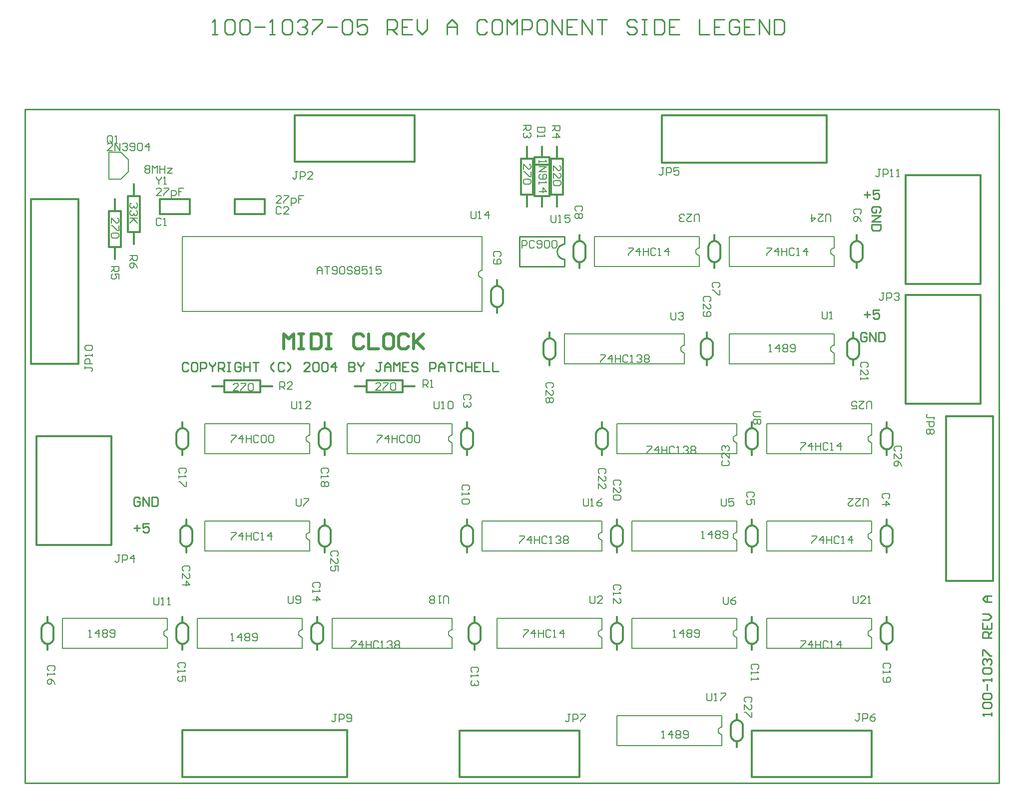
<source format=gto>
*%FSLAX24Y24*%
*%MOIN*%
G01*
%ADD11C,0.0073*%
%ADD12C,0.0080*%
%ADD13C,0.0100*%
%ADD14C,0.0120*%
%ADD15C,0.0200*%
%ADD16C,0.0320*%
%ADD17C,0.0360*%
%ADD18C,0.0500*%
%ADD19C,0.0520*%
%ADD20C,0.0550*%
%ADD21C,0.0560*%
%ADD22C,0.0610*%
%ADD23C,0.0620*%
%ADD24C,0.0660*%
%ADD25C,0.0680*%
%ADD26C,0.0700*%
%ADD27C,0.0900*%
%ADD28C,0.1250*%
%ADD29C,0.1290*%
%ADD30C,0.1310*%
%ADD31C,0.1400*%
%ADD32C,0.1600*%
%ADD33C,0.2500*%
%ADD34R,0.0620X0.0620*%
%ADD35R,0.0680X0.0680*%
%ADD36R,0.2500X0.2500*%
D12*
X119170Y90770D02*
X119137Y90772D01*
X119105Y90779D01*
X119074Y90789D01*
X119045Y90803D01*
X119018Y90822D01*
X118993Y90843D01*
X118972Y90868D01*
X118953Y90895D01*
X118939Y90924D01*
X118929Y90955D01*
X118922Y90987D01*
X118920Y91020D01*
X118922Y91053D01*
X118929Y91085D01*
X118939Y91116D01*
X118953Y91145D01*
X118972Y91172D01*
X118993Y91197D01*
X119018Y91218D01*
X119045Y91237D01*
X119074Y91251D01*
X119105Y91261D01*
X119137Y91268D01*
X119170Y91270D01*
Y92020D01*
Y90770D02*
Y90020D01*
X112170D02*
Y92020D01*
Y90020D02*
X119170D01*
Y92020D02*
X112170D01*
X114670Y91270D02*
X115003D01*
Y91187D01*
X114670Y90853D01*
Y90770D01*
X115420D02*
Y91270D01*
X115170Y91020D01*
X115503D01*
X115670Y91270D02*
Y90770D01*
Y91020D01*
X116003D01*
Y91270D01*
Y90770D01*
X116419Y91270D02*
X116503Y91187D01*
X116419Y91270D02*
X116253D01*
X116170Y91187D01*
Y90853D01*
X116253Y90770D01*
X116419D01*
X116503Y90853D01*
X116669Y90770D02*
X116836D01*
X116753D01*
Y91270D01*
X116754D01*
X116753D02*
X116669Y91187D01*
X117336Y91270D02*
Y90770D01*
X117086Y91020D02*
X117336Y91270D01*
X117419Y91020D02*
X117086D01*
X118920Y93020D02*
Y93437D01*
X118837Y93520D01*
X118670D01*
X118587Y93437D01*
Y93020D01*
X118420Y93520D02*
X118087D01*
X118420D02*
X118087Y93187D01*
Y93103D01*
X118170Y93020D01*
X118337D01*
X118420Y93103D01*
X117670Y93020D02*
Y93520D01*
X117920Y93270D02*
X117670Y93020D01*
X117587Y93270D02*
X117920D01*
X122087Y96520D02*
X122253D01*
X122170D02*
X122087D01*
X122170D02*
Y96103D01*
X122087Y96020D01*
X122003D01*
X121920Y96103D01*
X122420Y96020D02*
Y96520D01*
X122670D01*
X122753Y96437D01*
Y96270D01*
X122670Y96187D01*
X122420D01*
X122920Y96020D02*
X123086D01*
X123003D01*
Y96520D01*
X123004D01*
X123003D02*
X122920Y96437D01*
X123336Y96020D02*
X123503D01*
X123420D01*
Y96520D01*
X123421D01*
X123420D02*
X123336Y96437D01*
X121420Y83370D02*
X121337Y83287D01*
X121420Y83370D02*
Y83537D01*
X121337Y83620D01*
X121003D01*
X120920Y83537D01*
Y83370D01*
X121003Y83287D01*
X120920Y83120D02*
Y82787D01*
Y83120D02*
X121253Y82787D01*
X121337D01*
X121420Y82870D01*
Y83037D01*
X121337Y83120D01*
X120920Y82620D02*
Y82454D01*
Y82537D01*
X121420D01*
X121421D01*
X121420D02*
X121337Y82620D01*
X123670Y77770D02*
X123587Y77687D01*
X123670Y77770D02*
Y77937D01*
X123587Y78020D01*
X123253D01*
X123170Y77937D01*
Y77770D01*
X123253Y77687D01*
X123170Y77520D02*
Y77187D01*
Y77520D02*
X123503Y77187D01*
X123587D01*
X123670Y77270D01*
Y77437D01*
X123587Y77520D01*
Y76854D02*
X123670Y76687D01*
X123587Y76854D02*
X123420Y77020D01*
X123253D01*
X123170Y76937D01*
Y76770D01*
X123253Y76687D01*
X123337D01*
X123420Y76770D01*
Y77020D01*
X122503Y88270D02*
X122337D01*
X122420D01*
Y87853D01*
X122337Y87770D01*
X122253D01*
X122170Y87853D01*
X122670Y87770D02*
Y88270D01*
X122920D01*
X123003Y88187D01*
Y88020D01*
X122920Y87937D01*
X122670D01*
X123170Y88187D02*
X123253Y88270D01*
X123420D01*
X123503Y88187D01*
Y88103D01*
X123504D01*
X123503D02*
X123504D01*
X123503D02*
X123504D01*
X123503D02*
X123420Y88020D01*
X123336D01*
X123420D01*
X123503Y87937D01*
Y87853D01*
X123420Y87770D01*
X123253D01*
X123170Y87853D01*
X120887Y93537D02*
X120970Y93620D01*
Y93787D01*
X120887Y93870D01*
X120553D01*
X120470Y93787D01*
Y93620D01*
X120553Y93537D01*
X120887Y93204D02*
X120970Y93037D01*
X120887Y93204D02*
X120720Y93370D01*
X120553D01*
X120470Y93287D01*
Y93120D01*
X120553Y93037D01*
X120637D01*
X120720Y93120D01*
Y93370D01*
X119170Y84770D02*
X119137Y84768D01*
X119105Y84761D01*
X119074Y84751D01*
X119045Y84737D01*
X119018Y84718D01*
X118993Y84697D01*
X118972Y84672D01*
X118953Y84645D01*
X118939Y84616D01*
X118929Y84585D01*
X118922Y84553D01*
X118920Y84520D01*
X118922Y84487D01*
X118929Y84455D01*
X118939Y84424D01*
X118953Y84395D01*
X118972Y84368D01*
X118993Y84343D01*
X119018Y84322D01*
X119045Y84303D01*
X119074Y84289D01*
X119105Y84279D01*
X119137Y84272D01*
X119170Y84270D01*
X112170Y83520D02*
Y85520D01*
X119170Y84270D02*
Y83520D01*
Y84770D02*
Y85520D01*
X112170D01*
Y83520D02*
X119170D01*
X114987Y84320D02*
X114820D01*
X114903D02*
X114987D01*
X114903D02*
Y84820D01*
X114904D01*
X114903D02*
X114820Y84737D01*
X115486Y84820D02*
Y84320D01*
X115237Y84570D02*
X115486Y84820D01*
X115570Y84570D02*
X115237D01*
X115736Y84737D02*
X115820Y84820D01*
X115986D01*
X116070Y84737D01*
Y84653D01*
X115986Y84570D01*
X116070Y84487D01*
Y84403D01*
X115986Y84320D01*
X115820D01*
X115736Y84403D01*
Y84487D01*
X115820Y84570D01*
X115736Y84653D01*
Y84737D01*
X115820Y84570D02*
X115986D01*
X116236Y84403D02*
X116320Y84320D01*
X116486D01*
X116569Y84403D01*
Y84737D01*
X116486Y84820D01*
X116320D01*
X116236Y84737D01*
Y84653D01*
X116320Y84570D01*
X116569D01*
X118370Y86603D02*
Y87020D01*
Y86603D02*
X118453Y86520D01*
X118620D01*
X118703Y86603D01*
Y87020D01*
X118870Y86520D02*
X119036D01*
X118953D01*
Y87020D01*
X118954D01*
X118953D02*
X118870Y86937D01*
X121670Y78770D02*
X121637Y78768D01*
X121605Y78761D01*
X121574Y78751D01*
X121545Y78737D01*
X121518Y78718D01*
X121493Y78697D01*
X121472Y78672D01*
X121453Y78645D01*
X121439Y78616D01*
X121429Y78585D01*
X121422Y78553D01*
X121420Y78520D01*
X121422Y78487D01*
X121429Y78455D01*
X121439Y78424D01*
X121453Y78395D01*
X121472Y78368D01*
X121493Y78343D01*
X121518Y78322D01*
X121545Y78303D01*
X121574Y78289D01*
X121605Y78279D01*
X121637Y78272D01*
X121670Y78270D01*
Y78770D02*
Y79520D01*
Y78270D02*
Y77520D01*
X114670D02*
Y79520D01*
Y77520D02*
X121670D01*
Y79520D02*
X114670D01*
X116920Y78270D02*
X117253D01*
Y78187D01*
X116920Y77853D01*
Y77770D01*
X117670D02*
Y78270D01*
X117420Y78020D01*
X117753D01*
X117920Y78270D02*
Y77770D01*
Y78020D01*
X118253D01*
Y78270D01*
Y77770D01*
X118669Y78270D02*
X118753Y78187D01*
X118669Y78270D02*
X118503D01*
X118420Y78187D01*
Y77853D01*
X118503Y77770D01*
X118669D01*
X118753Y77853D01*
X118919Y77770D02*
X119086D01*
X119003D01*
Y78270D01*
X119004D01*
X119003D02*
X118919Y78187D01*
X119586Y78270D02*
Y77770D01*
X119336Y78020D02*
X119586Y78270D01*
X119669Y78020D02*
X119336D01*
X121670Y80520D02*
Y80937D01*
X121587Y81020D01*
X121420D01*
X121337Y80937D01*
Y80520D01*
X121170Y81020D02*
X120837D01*
X121170D02*
X120837Y80687D01*
Y80603D01*
X120920Y80520D01*
X121087D01*
X121170Y80603D01*
X120670Y80520D02*
X120337D01*
X120670D02*
Y80770D01*
X120504Y80687D01*
X120420D01*
X120337Y80770D01*
Y80937D01*
X120420Y81020D01*
X120587D01*
X120670Y80937D01*
X125820Y80003D02*
Y79837D01*
Y79920D02*
Y80003D01*
Y79920D02*
X125403D01*
X125320Y80003D01*
Y80087D01*
X125403Y80170D01*
X125320Y79670D02*
X125820D01*
Y79420D01*
X125737Y79337D01*
X125570D01*
X125487Y79420D01*
Y79670D01*
X125737Y79170D02*
X125820Y79087D01*
Y78920D01*
X125737Y78837D01*
X125653D01*
X125570Y78920D01*
X125487Y78837D01*
X125403D01*
X125320Y78920D01*
Y79087D01*
X125403Y79170D01*
X125487D01*
X125570Y79087D01*
X125653Y79170D01*
X125737D01*
X125570Y79087D02*
Y78920D01*
X121670Y65770D02*
X121637Y65768D01*
X121605Y65761D01*
X121574Y65751D01*
X121545Y65737D01*
X121518Y65718D01*
X121493Y65697D01*
X121472Y65672D01*
X121453Y65645D01*
X121439Y65616D01*
X121429Y65585D01*
X121422Y65553D01*
X121420Y65520D01*
X121422Y65487D01*
X121429Y65455D01*
X121439Y65424D01*
X121453Y65395D01*
X121472Y65368D01*
X121493Y65343D01*
X121518Y65322D01*
X121545Y65303D01*
X121574Y65289D01*
X121605Y65279D01*
X121637Y65272D01*
X121670Y65270D01*
Y65770D02*
Y66520D01*
Y65270D02*
Y64520D01*
X114670D02*
Y66520D01*
Y64520D02*
X121670D01*
Y66520D02*
X114670D01*
X116920Y65020D02*
X117253D01*
Y64937D01*
X116920Y64603D01*
Y64520D01*
X117670D02*
Y65020D01*
X117420Y64770D01*
X117753D01*
X117920Y65020D02*
Y64520D01*
Y64770D01*
X118253D01*
Y65020D01*
Y64520D01*
X118669Y65020D02*
X118753Y64937D01*
X118669Y65020D02*
X118503D01*
X118420Y64937D01*
Y64603D01*
X118503Y64520D01*
X118669D01*
X118753Y64603D01*
X118919Y64520D02*
X119086D01*
X119003D01*
Y65020D01*
X119004D01*
X119003D02*
X118919Y64937D01*
X119586Y65020D02*
Y64520D01*
X119336Y64770D02*
X119586Y65020D01*
X119669Y64770D02*
X119336D01*
X120420Y67603D02*
Y68020D01*
Y67603D02*
X120503Y67520D01*
X120670D01*
X120753Y67603D01*
Y68020D01*
X120920Y67520D02*
X121253D01*
X120920D02*
X121253Y67853D01*
Y67937D01*
X121170Y68020D01*
X121003D01*
X120920Y67937D01*
X121420Y67520D02*
X121586D01*
X121503D01*
Y68020D01*
X121504D01*
X121503D02*
X121420Y67937D01*
X122920Y63270D02*
X122837Y63187D01*
X122920Y63270D02*
Y63437D01*
X122837Y63520D01*
X122503D01*
X122420Y63437D01*
Y63270D01*
X122503Y63187D01*
X122420Y63020D02*
Y62854D01*
Y62937D01*
X122920D01*
X122921D01*
X122920D02*
X122837Y63020D01*
X122503Y62604D02*
X122420Y62520D01*
Y62354D01*
X122503Y62270D01*
X122837D01*
X122920Y62354D01*
Y62520D01*
X122837Y62604D01*
X122753D01*
X122670Y62520D01*
Y62270D01*
X122787Y74537D02*
X122870Y74620D01*
Y74787D01*
X122787Y74870D01*
X122453D01*
X122370Y74787D01*
Y74620D01*
X122453Y74537D01*
X122370Y74120D02*
X122870D01*
X122620Y74370D01*
Y74037D01*
X121670Y72270D02*
X121637Y72268D01*
X121605Y72261D01*
X121574Y72251D01*
X121545Y72237D01*
X121518Y72218D01*
X121493Y72197D01*
X121472Y72172D01*
X121453Y72145D01*
X121439Y72116D01*
X121429Y72085D01*
X121422Y72053D01*
X121420Y72020D01*
X121422Y71987D01*
X121429Y71955D01*
X121439Y71924D01*
X121453Y71895D01*
X121472Y71868D01*
X121493Y71843D01*
X121518Y71822D01*
X121545Y71803D01*
X121574Y71789D01*
X121605Y71779D01*
X121637Y71772D01*
X121670Y71770D01*
Y72270D02*
Y73020D01*
Y71770D02*
Y71020D01*
X114670D02*
Y73020D01*
Y71020D02*
X121670D01*
Y73020D02*
X114670D01*
X117670Y72020D02*
X118003D01*
Y71937D01*
X117670Y71603D01*
Y71520D01*
X118420D02*
Y72020D01*
X118170Y71770D01*
X118503D01*
X118670Y72020D02*
Y71520D01*
Y71770D01*
X119003D01*
Y72020D01*
Y71520D01*
X119419Y72020D02*
X119503Y71937D01*
X119419Y72020D02*
X119253D01*
X119170Y71937D01*
Y71603D01*
X119253Y71520D01*
X119419D01*
X119503Y71603D01*
X119669Y71520D02*
X119836D01*
X119753D01*
Y72020D01*
X119754D01*
X119753D02*
X119669Y71937D01*
X120336Y72020D02*
Y71520D01*
X120086Y71770D02*
X120336Y72020D01*
X120419Y71770D02*
X120086D01*
X121420Y74020D02*
Y74437D01*
X121337Y74520D01*
X121170D01*
X121087Y74437D01*
Y74020D01*
X120920Y74520D02*
X120587D01*
X120920D02*
X120587Y74187D01*
Y74103D01*
X120670Y74020D01*
X120837D01*
X120920Y74103D01*
X120420Y74520D02*
X120087D01*
X120420D02*
X120087Y74187D01*
Y74103D01*
X120170Y74020D01*
X120337D01*
X120420Y74103D01*
X120737Y60170D02*
X120903D01*
X120820D02*
X120737D01*
X120820D02*
Y59753D01*
X120737Y59670D01*
X120653D01*
X120570Y59753D01*
X121070Y59670D02*
Y60170D01*
X121320D01*
X121403Y60087D01*
Y59920D01*
X121320Y59837D01*
X121070D01*
X121736Y60087D02*
X121903Y60170D01*
X121736Y60087D02*
X121570Y59920D01*
Y59753D01*
X121653Y59670D01*
X121820D01*
X121903Y59753D01*
Y59837D01*
X121820Y59920D01*
X121570D01*
X110170Y90770D02*
X110137Y90772D01*
X110105Y90779D01*
X110074Y90789D01*
X110045Y90803D01*
X110018Y90822D01*
X109993Y90843D01*
X109972Y90868D01*
X109953Y90895D01*
X109939Y90924D01*
X109929Y90955D01*
X109922Y90987D01*
X109920Y91020D01*
X109922Y91053D01*
X109929Y91085D01*
X109939Y91116D01*
X109953Y91145D01*
X109972Y91172D01*
X109993Y91197D01*
X110018Y91218D01*
X110045Y91237D01*
X110074Y91251D01*
X110105Y91261D01*
X110137Y91268D01*
X110170Y91270D01*
Y92020D01*
Y90770D02*
Y90020D01*
X103170D02*
Y92020D01*
Y90020D02*
X110170D01*
Y92020D02*
X103170D01*
X105420Y91270D02*
X105753D01*
Y91187D01*
X105420Y90853D01*
Y90770D01*
X106170D02*
Y91270D01*
X105920Y91020D01*
X106253D01*
X106420Y91270D02*
Y90770D01*
Y91020D01*
X106753D01*
Y91270D01*
Y90770D01*
X107169Y91270D02*
X107253Y91187D01*
X107169Y91270D02*
X107003D01*
X106920Y91187D01*
Y90853D01*
X107003Y90770D01*
X107169D01*
X107253Y90853D01*
X107419Y90770D02*
X107586D01*
X107503D01*
Y91270D01*
X107504D01*
X107503D02*
X107419Y91187D01*
X108086Y91270D02*
Y90770D01*
X107836Y91020D02*
X108086Y91270D01*
X108169Y91020D02*
X107836D01*
X110170Y93020D02*
Y93437D01*
X110087Y93520D01*
X109920D01*
X109837Y93437D01*
Y93020D01*
X109670Y93520D02*
X109337D01*
X109670D02*
X109337Y93187D01*
Y93103D01*
X109420Y93020D01*
X109587D01*
X109670Y93103D01*
X109170D02*
X109087Y93020D01*
X108920D01*
X108837Y93103D01*
Y93187D01*
X108838D01*
X108837D02*
X108838D01*
X108837D02*
X108838D01*
X108837D02*
X108920Y93270D01*
X109004D01*
X108920D01*
X108837Y93353D01*
Y93437D01*
X108920Y93520D01*
X109087D01*
X109170Y93437D01*
X107803Y96620D02*
X107637D01*
X107720D01*
Y96203D01*
X107637Y96120D01*
X107553D01*
X107470Y96203D01*
X107970Y96120D02*
Y96620D01*
X108220D01*
X108303Y96537D01*
Y96370D01*
X108220Y96287D01*
X107970D01*
X108470Y96620D02*
X108803D01*
X108470D02*
Y96370D01*
X108636Y96453D01*
X108720D01*
X108803Y96370D01*
Y96203D01*
X108720Y96120D01*
X108553D01*
X108470Y96203D01*
X103920Y76270D02*
X103837Y76187D01*
X103920Y76270D02*
Y76437D01*
X103837Y76520D01*
X103503D01*
X103420Y76437D01*
Y76270D01*
X103503Y76187D01*
X103420Y76020D02*
Y75687D01*
Y76020D02*
X103753Y75687D01*
X103837D01*
X103920Y75770D01*
Y75937D01*
X103837Y76020D01*
X103420Y75520D02*
Y75187D01*
Y75520D02*
X103753Y75187D01*
X103837D01*
X103920Y75270D01*
Y75437D01*
X103837Y75520D01*
X111437Y88637D02*
X111520Y88720D01*
Y88887D01*
X111437Y88970D01*
X111103D01*
X111020Y88887D01*
Y88720D01*
X111103Y88637D01*
X111520Y88470D02*
Y88137D01*
X111437D01*
X111103Y88470D01*
X111020D01*
X109170Y84770D02*
X109137Y84768D01*
X109105Y84761D01*
X109074Y84751D01*
X109045Y84737D01*
X109018Y84718D01*
X108993Y84697D01*
X108972Y84672D01*
X108953Y84645D01*
X108939Y84616D01*
X108929Y84585D01*
X108922Y84553D01*
X108920Y84520D01*
X108922Y84487D01*
X108929Y84455D01*
X108939Y84424D01*
X108953Y84395D01*
X108972Y84368D01*
X108993Y84343D01*
X109018Y84322D01*
X109045Y84303D01*
X109074Y84289D01*
X109105Y84279D01*
X109137Y84272D01*
X109170Y84270D01*
X101170Y83520D02*
Y85520D01*
X109170Y84270D02*
Y83520D01*
Y84770D02*
Y85520D01*
X101170D01*
Y83520D02*
X109170D01*
X103903Y84120D02*
X103570D01*
X103903D02*
Y84037D01*
X103570Y83703D01*
Y83620D01*
X104320D02*
Y84120D01*
X104070Y83870D01*
X104403D01*
X104570Y84120D02*
Y83620D01*
Y83870D01*
X104903D01*
Y84120D01*
Y83620D01*
X105319Y84120D02*
X105403Y84037D01*
X105319Y84120D02*
X105153D01*
X105070Y84037D01*
Y83703D01*
X105153Y83620D01*
X105319D01*
X105403Y83703D01*
X105569Y83620D02*
X105736D01*
X105653D01*
Y84120D01*
X105654D01*
X105653D02*
X105569Y84037D01*
X105986D02*
X106069Y84120D01*
X106236D01*
X106319Y84037D01*
Y83953D01*
X106320D01*
X106319D02*
X106320D01*
X106319D02*
X106320D01*
X106319D02*
X106236Y83870D01*
X106152D01*
X106236D01*
X106319Y83787D01*
Y83703D01*
X106236Y83620D01*
X106069D01*
X105986Y83703D01*
X106486Y84037D02*
X106569Y84120D01*
X106736D01*
X106819Y84037D01*
Y83953D01*
X106736Y83870D01*
X106819Y83787D01*
Y83703D01*
X106736Y83620D01*
X106569D01*
X106486Y83703D01*
Y83787D01*
X106569Y83870D01*
X106486Y83953D01*
Y84037D01*
X106569Y83870D02*
X106736D01*
X108270Y86553D02*
Y86970D01*
Y86553D02*
X108353Y86470D01*
X108520D01*
X108603Y86553D01*
Y86970D01*
X108770Y86887D02*
X108853Y86970D01*
X109020D01*
X109103Y86887D01*
Y86803D01*
X109104D01*
X109103D02*
X109104D01*
X109103D02*
X109104D01*
X109103D02*
X109020Y86720D01*
X108936D01*
X109020D01*
X109103Y86637D01*
Y86553D01*
X109020Y86470D01*
X108853D01*
X108770Y86553D01*
X112670Y78770D02*
X112637Y78768D01*
X112605Y78761D01*
X112574Y78751D01*
X112545Y78737D01*
X112518Y78718D01*
X112493Y78697D01*
X112472Y78672D01*
X112453Y78645D01*
X112439Y78616D01*
X112429Y78585D01*
X112422Y78553D01*
X112420Y78520D01*
X112422Y78487D01*
X112429Y78455D01*
X112439Y78424D01*
X112453Y78395D01*
X112472Y78368D01*
X112493Y78343D01*
X112518Y78322D01*
X112545Y78303D01*
X112574Y78289D01*
X112605Y78279D01*
X112637Y78272D01*
X112670Y78270D01*
X104670Y77520D02*
Y79520D01*
X112670Y78270D02*
Y77520D01*
Y78770D02*
Y79520D01*
X104670D01*
Y77520D02*
X112670D01*
X107003Y78020D02*
X106670D01*
X107003D02*
Y77937D01*
X106670Y77603D01*
Y77520D01*
X107420D02*
Y78020D01*
X107170Y77770D01*
X107503D01*
X107670Y78020D02*
Y77520D01*
Y77770D01*
X108003D01*
Y78020D01*
Y77520D01*
X108419Y78020D02*
X108503Y77937D01*
X108419Y78020D02*
X108253D01*
X108170Y77937D01*
Y77603D01*
X108253Y77520D01*
X108419D01*
X108503Y77603D01*
X108669Y77520D02*
X108836D01*
X108753D01*
Y78020D01*
X108754D01*
X108753D02*
X108669Y77937D01*
X109086D02*
X109169Y78020D01*
X109336D01*
X109419Y77937D01*
Y77853D01*
X109420D01*
X109419D02*
X109420D01*
X109419D02*
X109420D01*
X109419D02*
X109336Y77770D01*
X109252D01*
X109336D01*
X109419Y77687D01*
Y77603D01*
X109336Y77520D01*
X109169D01*
X109086Y77603D01*
X109586Y77937D02*
X109669Y78020D01*
X109836D01*
X109919Y77937D01*
Y77853D01*
X109836Y77770D01*
X109919Y77687D01*
Y77603D01*
X109836Y77520D01*
X109669D01*
X109586Y77603D01*
Y77687D01*
X109669Y77770D01*
X109586Y77853D01*
Y77937D01*
X109669Y77770D02*
X109836D01*
X113853Y80330D02*
X114270D01*
X113853D02*
X113770Y80247D01*
Y80080D01*
X113853Y79997D01*
X114270D01*
X114186Y79830D02*
X114270Y79747D01*
Y79580D01*
X114186Y79497D01*
X114103D01*
X114020Y79580D01*
X113936Y79497D01*
X113853D01*
X113770Y79580D01*
Y79747D01*
X113853Y79830D01*
X113936D01*
X114020Y79747D01*
X114103Y79830D01*
X114186D01*
X114020Y79747D02*
Y79580D01*
X102287Y93737D02*
X102370Y93820D01*
Y93987D01*
X102287Y94070D01*
X101953D01*
X101870Y93987D01*
Y93820D01*
X101953Y93737D01*
X102287Y93570D02*
X102370Y93487D01*
Y93320D01*
X102287Y93237D01*
X102203D01*
X102120Y93320D01*
X102037Y93237D01*
X101953D01*
X101870Y93320D01*
Y93487D01*
X101953Y93570D01*
X102037D01*
X102120Y93487D01*
X102203Y93570D01*
X102287D01*
X102120Y93487D02*
Y93320D01*
X111734Y77043D02*
X111650Y76960D01*
Y76793D01*
X111734Y76710D01*
X112067D01*
X112150Y76793D01*
Y76960D01*
X112067Y77043D01*
X112150Y77210D02*
Y77543D01*
Y77210D02*
X111817Y77543D01*
X111734D01*
X111650Y77460D01*
Y77293D01*
X111734Y77210D01*
Y77710D02*
X111650Y77793D01*
Y77960D01*
X111734Y78043D01*
X111817D01*
X111818D01*
X111817D02*
X111818D01*
X111817D02*
X111818D01*
X111817D02*
X111900Y77960D01*
Y77876D01*
Y77960D01*
X111984Y78043D01*
X112067D01*
X112150Y77960D01*
Y77793D01*
X112067Y77710D01*
X110837Y87687D02*
X110920Y87770D01*
Y87937D01*
X110837Y88020D01*
X110503D01*
X110420Y87937D01*
Y87770D01*
X110503Y87687D01*
X110420Y87520D02*
Y87187D01*
Y87520D02*
X110753Y87187D01*
X110837D01*
X110920Y87270D01*
Y87437D01*
X110837Y87520D01*
X110503Y87020D02*
X110420Y86937D01*
Y86770D01*
X110503Y86687D01*
X110837D01*
X110920Y86770D01*
Y86937D01*
X110837Y87020D01*
X110753D01*
X110670Y86937D01*
Y86687D01*
X103670Y65770D02*
X103637Y65768D01*
X103605Y65761D01*
X103574Y65751D01*
X103545Y65737D01*
X103518Y65718D01*
X103493Y65697D01*
X103472Y65672D01*
X103453Y65645D01*
X103439Y65616D01*
X103429Y65585D01*
X103422Y65553D01*
X103420Y65520D01*
X103422Y65487D01*
X103429Y65455D01*
X103439Y65424D01*
X103453Y65395D01*
X103472Y65368D01*
X103493Y65343D01*
X103518Y65322D01*
X103545Y65303D01*
X103574Y65289D01*
X103605Y65279D01*
X103637Y65272D01*
X103670Y65270D01*
X96670Y64520D02*
Y66520D01*
X103670Y65270D02*
Y64520D01*
Y65770D02*
Y66520D01*
X96670D01*
Y64520D02*
X103670D01*
X98753Y65770D02*
X98420D01*
X98753D02*
Y65687D01*
X98420Y65353D01*
Y65270D01*
X99170D02*
Y65770D01*
X98920Y65520D01*
X99253D01*
X99420Y65770D02*
Y65270D01*
Y65520D01*
X99753D01*
Y65770D01*
Y65270D01*
X100169Y65770D02*
X100253Y65687D01*
X100169Y65770D02*
X100003D01*
X99920Y65687D01*
Y65353D01*
X100003Y65270D01*
X100169D01*
X100253Y65353D01*
X100419Y65270D02*
X100586D01*
X100503D01*
Y65770D01*
X100504D01*
X100503D02*
X100419Y65687D01*
X101086Y65770D02*
Y65270D01*
X100836Y65520D02*
X101086Y65770D01*
X101169Y65520D02*
X100836D01*
X102870Y67603D02*
Y68020D01*
Y67603D02*
X102953Y67520D01*
X103120D01*
X103203Y67603D01*
Y68020D01*
X103370Y67520D02*
X103703D01*
X103370D02*
X103703Y67853D01*
Y67937D01*
X103620Y68020D01*
X103453D01*
X103370Y67937D01*
X104837Y68437D02*
X104920Y68520D01*
Y68687D01*
X104837Y68770D01*
X104503D01*
X104420Y68687D01*
Y68520D01*
X104503Y68437D01*
X104420Y68270D02*
Y68104D01*
Y68187D01*
X104920D01*
X104921D01*
X104920D02*
X104837Y68270D01*
X104420Y67854D02*
Y67520D01*
Y67854D02*
X104753Y67520D01*
X104837D01*
X104920Y67604D01*
Y67770D01*
X104837Y67854D01*
X112670Y65770D02*
X112637Y65768D01*
X112605Y65761D01*
X112574Y65751D01*
X112545Y65737D01*
X112518Y65718D01*
X112493Y65697D01*
X112472Y65672D01*
X112453Y65645D01*
X112439Y65616D01*
X112429Y65585D01*
X112422Y65553D01*
X112420Y65520D01*
X112422Y65487D01*
X112429Y65455D01*
X112439Y65424D01*
X112453Y65395D01*
X112472Y65368D01*
X112493Y65343D01*
X112518Y65322D01*
X112545Y65303D01*
X112574Y65289D01*
X112605Y65279D01*
X112637Y65272D01*
X112670Y65270D01*
X105670Y64520D02*
Y66520D01*
X112670Y65270D02*
Y64520D01*
Y65770D02*
Y66520D01*
X105670D01*
Y64520D02*
X112670D01*
X108587Y65270D02*
X108420D01*
X108503D02*
X108587D01*
X108503D02*
Y65770D01*
X108504D01*
X108503D02*
X108420Y65687D01*
X109086Y65770D02*
Y65270D01*
X108837Y65520D02*
X109086Y65770D01*
X109170Y65520D02*
X108837D01*
X109336Y65687D02*
X109420Y65770D01*
X109586D01*
X109670Y65687D01*
Y65603D01*
X109586Y65520D01*
X109670Y65437D01*
Y65353D01*
X109586Y65270D01*
X109420D01*
X109336Y65353D01*
Y65437D01*
X109420Y65520D01*
X109336Y65603D01*
Y65687D01*
X109420Y65520D02*
X109586D01*
X109836Y65353D02*
X109920Y65270D01*
X110086D01*
X110169Y65353D01*
Y65687D01*
X110086Y65770D01*
X109920D01*
X109836Y65687D01*
Y65603D01*
X109920Y65520D01*
X110169D01*
X111770Y67553D02*
Y67970D01*
Y67553D02*
X111853Y67470D01*
X112020D01*
X112103Y67553D01*
Y67970D01*
X112436Y67887D02*
X112603Y67970D01*
X112436Y67887D02*
X112270Y67720D01*
Y67553D01*
X112353Y67470D01*
X112520D01*
X112603Y67553D01*
Y67637D01*
X112520Y67720D01*
X112270D01*
X114120Y63220D02*
X114037Y63137D01*
X114120Y63220D02*
Y63387D01*
X114037Y63470D01*
X113703D01*
X113620Y63387D01*
Y63220D01*
X113703Y63137D01*
X113620Y62970D02*
Y62804D01*
Y62887D01*
X114120D01*
X114121D01*
X114120D02*
X114037Y62970D01*
X113620Y62554D02*
Y62387D01*
Y62470D01*
X114120D01*
X114121D01*
X114120D02*
X114037Y62554D01*
X113737Y74637D02*
X113820Y74720D01*
Y74887D01*
X113737Y74970D01*
X113403D01*
X113320Y74887D01*
Y74720D01*
X113403Y74637D01*
X113820Y74470D02*
Y74137D01*
Y74470D02*
X113570D01*
X113653Y74304D01*
Y74220D01*
X113570Y74137D01*
X113403D01*
X113320Y74220D01*
Y74387D01*
X113403Y74470D01*
X112670Y72270D02*
X112637Y72268D01*
X112605Y72261D01*
X112574Y72251D01*
X112545Y72237D01*
X112518Y72218D01*
X112493Y72197D01*
X112472Y72172D01*
X112453Y72145D01*
X112439Y72116D01*
X112429Y72085D01*
X112422Y72053D01*
X112420Y72020D01*
X112422Y71987D01*
X112429Y71955D01*
X112439Y71924D01*
X112453Y71895D01*
X112472Y71868D01*
X112493Y71843D01*
X112518Y71822D01*
X112545Y71803D01*
X112574Y71789D01*
X112605Y71779D01*
X112637Y71772D01*
X112670Y71770D01*
X105670Y71020D02*
Y73020D01*
X112670Y71770D02*
Y71020D01*
Y72270D02*
Y73020D01*
X105670D01*
Y71020D02*
X112670D01*
X110487Y71870D02*
X110320D01*
X110403D02*
X110487D01*
X110403D02*
Y72370D01*
X110404D01*
X110403D02*
X110320Y72287D01*
X110986Y72370D02*
Y71870D01*
X110737Y72120D02*
X110986Y72370D01*
X111070Y72120D02*
X110737D01*
X111236Y72287D02*
X111320Y72370D01*
X111486D01*
X111570Y72287D01*
Y72203D01*
X111486Y72120D01*
X111570Y72037D01*
Y71953D01*
X111486Y71870D01*
X111320D01*
X111236Y71953D01*
Y72037D01*
X111320Y72120D01*
X111236Y72203D01*
Y72287D01*
X111320Y72120D02*
X111486D01*
X111736Y71953D02*
X111820Y71870D01*
X111986D01*
X112069Y71953D01*
Y72287D01*
X111986Y72370D01*
X111820D01*
X111736Y72287D01*
Y72203D01*
X111820Y72120D01*
X112069D01*
X111620Y74103D02*
Y74520D01*
Y74103D02*
X111703Y74020D01*
X111870D01*
X111953Y74103D01*
Y74520D01*
X112120D02*
X112453D01*
X112120D02*
Y74270D01*
X112286Y74353D01*
X112370D01*
X112453Y74270D01*
Y74103D01*
X112370Y74020D01*
X112203D01*
X112120Y74103D01*
X104920Y75520D02*
X104837Y75437D01*
X104920Y75520D02*
Y75687D01*
X104837Y75770D01*
X104503D01*
X104420Y75687D01*
Y75520D01*
X104503Y75437D01*
X104420Y75270D02*
Y74937D01*
Y75270D02*
X104753Y74937D01*
X104837D01*
X104920Y75020D01*
Y75187D01*
X104837Y75270D01*
Y74770D02*
X104920Y74687D01*
Y74520D01*
X104837Y74437D01*
X104503D01*
X104420Y74520D01*
Y74687D01*
X104503Y74770D01*
X104837D01*
X103670Y72270D02*
X103637Y72268D01*
X103605Y72261D01*
X103574Y72251D01*
X103545Y72237D01*
X103518Y72218D01*
X103493Y72197D01*
X103472Y72172D01*
X103453Y72145D01*
X103439Y72116D01*
X103429Y72085D01*
X103422Y72053D01*
X103420Y72020D01*
X103422Y71987D01*
X103429Y71955D01*
X103439Y71924D01*
X103453Y71895D01*
X103472Y71868D01*
X103493Y71843D01*
X103518Y71822D01*
X103545Y71803D01*
X103574Y71789D01*
X103605Y71779D01*
X103637Y71772D01*
X103670Y71770D01*
Y72270D02*
Y73020D01*
Y71770D02*
Y71020D01*
X95670D02*
Y73020D01*
Y71020D02*
X103670D01*
Y73020D02*
X95670D01*
X98170Y72020D02*
X98503D01*
Y71937D01*
X98170Y71603D01*
Y71520D01*
X98920D02*
Y72020D01*
X98670Y71770D01*
X99003D01*
X99170Y72020D02*
Y71520D01*
Y71770D01*
X99503D01*
Y72020D01*
Y71520D01*
X99919Y72020D02*
X100003Y71937D01*
X99919Y72020D02*
X99753D01*
X99670Y71937D01*
Y71603D01*
X99753Y71520D01*
X99919D01*
X100003Y71603D01*
X100169Y71520D02*
X100336D01*
X100253D01*
Y72020D01*
X100254D01*
X100253D02*
X100169Y71937D01*
X100586D02*
X100669Y72020D01*
X100836D01*
X100919Y71937D01*
Y71853D01*
X100920D01*
X100919D02*
X100920D01*
X100919D02*
X100920D01*
X100919D02*
X100836Y71770D01*
X100752D01*
X100836D01*
X100919Y71687D01*
Y71603D01*
X100836Y71520D01*
X100669D01*
X100586Y71603D01*
X101086Y71937D02*
X101169Y72020D01*
X101336D01*
X101419Y71937D01*
Y71853D01*
X101336Y71770D01*
X101419Y71687D01*
Y71603D01*
X101336Y71520D01*
X101169D01*
X101086Y71603D01*
Y71687D01*
X101169Y71770D01*
X101086Y71853D01*
Y71937D01*
X101169Y71770D02*
X101336D01*
X102420Y74103D02*
Y74520D01*
Y74103D02*
X102503Y74020D01*
X102670D01*
X102753Y74103D01*
Y74520D01*
X102920Y74020D02*
X103086D01*
X103003D01*
Y74520D01*
X103004D01*
X103003D02*
X102920Y74437D01*
X103503D02*
X103670Y74520D01*
X103503Y74437D02*
X103336Y74270D01*
Y74103D01*
X103420Y74020D01*
X103586D01*
X103670Y74103D01*
Y74187D01*
X103586Y74270D01*
X103336D01*
X113670Y61020D02*
X113587Y60937D01*
X113670Y61020D02*
Y61187D01*
X113587Y61270D01*
X113253D01*
X113170Y61187D01*
Y61020D01*
X113253Y60937D01*
X113170Y60770D02*
Y60437D01*
Y60770D02*
X113503Y60437D01*
X113587D01*
X113670Y60520D01*
Y60687D01*
X113587Y60770D01*
X113670Y60270D02*
Y59937D01*
X113587D01*
X113253Y60270D01*
X113170D01*
X111670Y59270D02*
X111637Y59268D01*
X111605Y59261D01*
X111574Y59251D01*
X111545Y59237D01*
X111518Y59218D01*
X111493Y59197D01*
X111472Y59172D01*
X111453Y59145D01*
X111439Y59116D01*
X111429Y59085D01*
X111422Y59053D01*
X111420Y59020D01*
X111422Y58987D01*
X111429Y58955D01*
X111439Y58924D01*
X111453Y58895D01*
X111472Y58868D01*
X111493Y58843D01*
X111518Y58822D01*
X111545Y58803D01*
X111574Y58789D01*
X111605Y58779D01*
X111637Y58772D01*
X111670Y58770D01*
Y59270D02*
Y60020D01*
Y58770D02*
Y58020D01*
X104670D02*
Y60020D01*
Y58020D02*
X111670D01*
Y60020D02*
X104670D01*
X107670Y58520D02*
X107837D01*
X107753D01*
Y59020D01*
X107754D01*
X107753D02*
X107670Y58937D01*
X108336Y59020D02*
Y58520D01*
X108087Y58770D02*
X108336Y59020D01*
X108420Y58770D02*
X108087D01*
X108586Y58937D02*
X108670Y59020D01*
X108836D01*
X108920Y58937D01*
Y58853D01*
X108836Y58770D01*
X108920Y58687D01*
Y58603D01*
X108836Y58520D01*
X108670D01*
X108586Y58603D01*
Y58687D01*
X108670Y58770D01*
X108586Y58853D01*
Y58937D01*
X108670Y58770D02*
X108836D01*
X109086Y58603D02*
X109170Y58520D01*
X109336D01*
X109419Y58603D01*
Y58937D01*
X109336Y59020D01*
X109170D01*
X109086Y58937D01*
Y58853D01*
X109170Y58770D01*
X109419D01*
X110670Y61103D02*
Y61520D01*
Y61103D02*
X110753Y61020D01*
X110920D01*
X111003Y61103D01*
Y61520D01*
X111170Y61020D02*
X111336D01*
X111253D01*
Y61520D01*
X111254D01*
X111253D02*
X111170Y61437D01*
X111586Y61520D02*
X111920D01*
Y61437D01*
X111586Y61103D01*
Y61020D01*
X95670Y89270D02*
X95637Y89272D01*
X95605Y89279D01*
X95574Y89289D01*
X95545Y89303D01*
X95518Y89322D01*
X95493Y89343D01*
X95472Y89368D01*
X95453Y89395D01*
X95439Y89424D01*
X95429Y89455D01*
X95422Y89487D01*
X95420Y89520D01*
X95422Y89553D01*
X95429Y89585D01*
X95439Y89616D01*
X95453Y89645D01*
X95472Y89672D01*
X95493Y89697D01*
X95518Y89718D01*
X95545Y89737D01*
X95574Y89751D01*
X95605Y89761D01*
X95637Y89768D01*
X95670Y89770D01*
X75670Y92020D02*
Y87020D01*
X95670D02*
Y89270D01*
Y89770D02*
Y92020D01*
X75670D01*
Y87020D02*
X95670D01*
X84670Y89520D02*
Y89853D01*
X84837Y90020D01*
X85003Y89853D01*
Y89520D01*
Y89770D01*
X84670D01*
X85170Y90020D02*
X85503D01*
X85336D01*
Y89520D01*
X85670Y89603D02*
X85753Y89520D01*
X85920D01*
X86003Y89603D01*
Y89937D01*
X85920Y90020D01*
X85753D01*
X85670Y89937D01*
Y89853D01*
X85753Y89770D01*
X86003D01*
X86170Y89937D02*
X86253Y90020D01*
X86419D01*
X86503Y89937D01*
Y89603D01*
X86419Y89520D01*
X86253D01*
X86170Y89603D01*
Y89937D01*
X86919Y90020D02*
X87003Y89937D01*
X86919Y90020D02*
X86753D01*
X86669Y89937D01*
Y89853D01*
X86753Y89770D01*
X86919D01*
X87003Y89687D01*
Y89603D01*
X86919Y89520D01*
X86753D01*
X86669Y89603D01*
X87169Y89937D02*
X87252Y90020D01*
X87419D01*
X87502Y89937D01*
Y89853D01*
X87419Y89770D01*
X87502Y89687D01*
Y89603D01*
X87419Y89520D01*
X87252D01*
X87169Y89603D01*
Y89687D01*
X87252Y89770D01*
X87169Y89853D01*
Y89937D01*
X87252Y89770D02*
X87419D01*
X87669Y90020D02*
X88002D01*
X87669D02*
Y89770D01*
X87836Y89853D01*
X87919D01*
X88002Y89770D01*
Y89603D01*
X87919Y89520D01*
X87752D01*
X87669Y89603D01*
X88169Y89520D02*
X88335D01*
X88252D01*
Y90020D01*
X88253D01*
X88252D02*
X88169Y89937D01*
X88585Y90020D02*
X88919D01*
X88585D02*
Y89770D01*
X88752Y89853D01*
X88835D01*
X88919Y89770D01*
Y89603D01*
X88835Y89520D01*
X88669D01*
X88585Y89603D01*
X94920Y93303D02*
Y93720D01*
Y93303D02*
X95003Y93220D01*
X95170D01*
X95253Y93303D01*
Y93720D01*
X95420Y93220D02*
X95586D01*
X95503D01*
Y93720D01*
X95504D01*
X95503D02*
X95420Y93637D01*
X96086Y93720D02*
Y93220D01*
X95836Y93470D02*
X96086Y93720D01*
X96170Y93470D02*
X95836D01*
X98320Y91770D02*
Y91270D01*
Y91770D02*
X98570D01*
X98653Y91687D01*
Y91520D01*
X98570Y91437D01*
X98320D01*
X99070Y91770D02*
X99153Y91687D01*
X99070Y91770D02*
X98903D01*
X98820Y91687D01*
Y91353D01*
X98903Y91270D01*
X99070D01*
X99153Y91353D01*
X99320D02*
X99403Y91270D01*
X99570D01*
X99653Y91353D01*
Y91687D01*
X99570Y91770D01*
X99403D01*
X99320Y91687D01*
Y91603D01*
X99403Y91520D01*
X99653D01*
X99820Y91687D02*
X99903Y91770D01*
X100069D01*
X100153Y91687D01*
Y91353D01*
X100069Y91270D01*
X99903D01*
X99820Y91353D01*
Y91687D01*
X100319D02*
X100403Y91770D01*
X100569D01*
X100653Y91687D01*
Y91353D01*
X100569Y91270D01*
X100403D01*
X100319Y91353D01*
Y91687D01*
X100270Y93053D02*
Y93470D01*
Y93053D02*
X100353Y92970D01*
X100520D01*
X100603Y93053D01*
Y93470D01*
X100770Y92970D02*
X100936D01*
X100853D01*
Y93470D01*
X100854D01*
X100853D02*
X100770Y93387D01*
X101186Y93470D02*
X101520D01*
X101186D02*
Y93220D01*
X101353Y93303D01*
X101436D01*
X101520Y93220D01*
Y93053D01*
X101436Y92970D01*
X101270D01*
X101186Y93053D01*
X98420Y96537D02*
Y96870D01*
X98753Y96537D01*
X98837D01*
X98920Y96620D01*
Y96787D01*
X98837Y96870D01*
X98920Y96370D02*
Y96037D01*
X98837D01*
X98503Y96370D01*
X98420D01*
X98837Y95870D02*
X98920Y95787D01*
Y95620D01*
X98837Y95537D01*
X98503D01*
X98420Y95620D01*
Y95787D01*
X98503Y95870D01*
X98837D01*
X98920Y99470D02*
X98420D01*
X98920D02*
Y99220D01*
X98837Y99137D01*
X98670D01*
X98587Y99220D01*
Y99470D01*
Y99303D02*
X98420Y99137D01*
X98837Y98970D02*
X98920Y98887D01*
Y98720D01*
X98837Y98637D01*
X98753D01*
X98754D01*
X98753D02*
X98754D01*
X98753D02*
X98754D01*
X98753D02*
X98670Y98720D01*
Y98804D01*
Y98720D01*
X98587Y98637D01*
X98503D01*
X98420Y98720D01*
Y98887D01*
X98503Y98970D01*
X99470Y97120D02*
Y96953D01*
Y97037D01*
X99970D01*
X99971D01*
X99970D02*
X99887Y97120D01*
X99970Y96703D02*
X99470D01*
Y96370D02*
X99970Y96703D01*
Y96370D02*
X99470D01*
X99553Y96204D02*
X99470Y96120D01*
Y95954D01*
X99553Y95870D01*
X99887D01*
X99970Y95954D01*
Y96120D01*
X99887Y96204D01*
X99803D01*
X99720Y96120D01*
Y95870D01*
X99470Y95704D02*
Y95537D01*
Y95620D01*
X99970D01*
X99971D01*
X99970D02*
X99887Y95704D01*
X99970Y95037D02*
X99470D01*
X99720Y95287D02*
X99970Y95037D01*
X99720Y94954D02*
Y95287D01*
X99870Y99320D02*
X99370D01*
Y99070D01*
X99453Y98987D01*
X99787D01*
X99870Y99070D01*
Y99320D01*
X99370Y98820D02*
Y98654D01*
Y98737D01*
X99870D01*
X99871D01*
X99870D02*
X99787Y98820D01*
X100420Y96770D02*
Y96437D01*
Y96770D02*
X100753Y96437D01*
X100837D01*
X100920Y96520D01*
Y96687D01*
X100837Y96770D01*
X100420Y96270D02*
Y95937D01*
Y96270D02*
X100753Y95937D01*
X100837D01*
X100920Y96020D01*
Y96187D01*
X100837Y96270D01*
Y95770D02*
X100920Y95687D01*
Y95520D01*
X100837Y95437D01*
X100503D01*
X100420Y95520D01*
Y95687D01*
X100503Y95770D01*
X100837D01*
X100870Y99420D02*
X100370D01*
X100870D02*
Y99170D01*
X100787Y99087D01*
X100620D01*
X100537Y99170D01*
Y99420D01*
Y99253D02*
X100370Y99087D01*
Y98670D02*
X100870D01*
X100620Y98920D01*
Y98587D01*
X100420Y82020D02*
X100337Y81937D01*
X100420Y82020D02*
Y82187D01*
X100337Y82270D01*
X100003D01*
X99920Y82187D01*
Y82020D01*
X100003Y81937D01*
X99920Y81770D02*
Y81437D01*
Y81770D02*
X100253Y81437D01*
X100337D01*
X100420Y81520D01*
Y81687D01*
X100337Y81770D01*
Y81270D02*
X100420Y81187D01*
Y81020D01*
X100337Y80937D01*
X100253D01*
X100170Y81020D01*
X100087Y80937D01*
X100003D01*
X99920Y81020D01*
Y81187D01*
X100003Y81270D01*
X100087D01*
X100170Y81187D01*
X100253Y81270D01*
X100337D01*
X100170Y81187D02*
Y81020D01*
X94920Y81220D02*
X94837Y81137D01*
X94920Y81220D02*
Y81387D01*
X94837Y81470D01*
X94503D01*
X94420Y81387D01*
Y81220D01*
X94503Y81137D01*
X94837Y80970D02*
X94920Y80887D01*
Y80720D01*
X94837Y80637D01*
X94753D01*
X94754D01*
X94753D02*
X94754D01*
X94753D02*
X94754D01*
X94753D02*
X94670Y80720D01*
Y80804D01*
Y80720D01*
X94587Y80637D01*
X94503D01*
X94420Y80720D01*
Y80887D01*
X94503Y80970D01*
X88903Y81770D02*
X88570D01*
X88903Y82103D01*
Y82187D01*
X88820Y82270D01*
X88653D01*
X88570Y82187D01*
X89070Y82270D02*
X89403D01*
Y82187D01*
X89070Y81853D01*
Y81770D01*
X89570Y82187D02*
X89653Y82270D01*
X89820D01*
X89903Y82187D01*
Y81853D01*
X89820Y81770D01*
X89653D01*
X89570Y81853D01*
Y82187D01*
X91720Y81970D02*
Y82470D01*
X91970D01*
X92053Y82387D01*
Y82220D01*
X91970Y82137D01*
X91720D01*
X91887D02*
X92053Y81970D01*
X92220D02*
X92386D01*
X92303D01*
Y82470D01*
X92304D01*
X92303D02*
X92220Y82387D01*
X93670Y78770D02*
X93637Y78768D01*
X93605Y78761D01*
X93574Y78751D01*
X93545Y78737D01*
X93518Y78718D01*
X93493Y78697D01*
X93472Y78672D01*
X93453Y78645D01*
X93439Y78616D01*
X93429Y78585D01*
X93422Y78553D01*
X93420Y78520D01*
X93422Y78487D01*
X93429Y78455D01*
X93439Y78424D01*
X93453Y78395D01*
X93472Y78368D01*
X93493Y78343D01*
X93518Y78322D01*
X93545Y78303D01*
X93574Y78289D01*
X93605Y78279D01*
X93637Y78272D01*
X93670Y78270D01*
X86670Y77520D02*
Y79520D01*
X93670Y78270D02*
Y77520D01*
Y78770D02*
Y79520D01*
X86670D01*
Y77520D02*
X93670D01*
X89003Y78770D02*
X88670D01*
X89003D02*
Y78687D01*
X88670Y78353D01*
Y78270D01*
X89420D02*
Y78770D01*
X89170Y78520D01*
X89503D01*
X89670Y78770D02*
Y78270D01*
Y78520D01*
X90003D01*
Y78770D01*
Y78270D01*
X90419Y78770D02*
X90503Y78687D01*
X90419Y78770D02*
X90253D01*
X90170Y78687D01*
Y78353D01*
X90253Y78270D01*
X90419D01*
X90503Y78353D01*
X90669Y78687D02*
X90753Y78770D01*
X90919D01*
X91003Y78687D01*
Y78353D01*
X90919Y78270D01*
X90753D01*
X90669Y78353D01*
Y78687D01*
X91169D02*
X91252Y78770D01*
X91419D01*
X91502Y78687D01*
Y78353D01*
X91419Y78270D01*
X91252D01*
X91169Y78353D01*
Y78687D01*
X92470Y80603D02*
Y81020D01*
Y80603D02*
X92553Y80520D01*
X92720D01*
X92803Y80603D01*
Y81020D01*
X92970Y80520D02*
X93136D01*
X93053D01*
Y81020D01*
X93054D01*
X93053D02*
X92970Y80937D01*
X93386D02*
X93470Y81020D01*
X93636D01*
X93720Y80937D01*
Y80603D01*
X93636Y80520D01*
X93470D01*
X93386Y80603D01*
Y80937D01*
X96837Y90687D02*
X96920Y90770D01*
Y90937D01*
X96837Y91020D01*
X96503D01*
X96420Y90937D01*
Y90770D01*
X96503Y90687D01*
Y90520D02*
X96420Y90437D01*
Y90270D01*
X96503Y90187D01*
X96837D01*
X96920Y90270D01*
Y90437D01*
X96837Y90520D01*
X96753D01*
X96670Y90437D01*
Y90187D01*
X95420Y63020D02*
X95337Y62937D01*
X95420Y63020D02*
Y63187D01*
X95337Y63270D01*
X95003D01*
X94920Y63187D01*
Y63020D01*
X95003Y62937D01*
X94920Y62770D02*
Y62604D01*
Y62687D01*
X95420D01*
X95421D01*
X95420D02*
X95337Y62770D01*
Y62354D02*
X95420Y62270D01*
Y62104D01*
X95337Y62020D01*
X95253D01*
X95254D01*
X95253D02*
X95254D01*
X95253D02*
X95254D01*
X95253D02*
X95170Y62104D01*
Y62187D01*
Y62104D01*
X95087Y62020D01*
X95003D01*
X94920Y62104D01*
Y62270D01*
X95003Y62354D01*
X93670Y65270D02*
X93637Y65272D01*
X93605Y65279D01*
X93574Y65289D01*
X93545Y65303D01*
X93518Y65322D01*
X93493Y65343D01*
X93472Y65368D01*
X93453Y65395D01*
X93439Y65424D01*
X93429Y65455D01*
X93422Y65487D01*
X93420Y65520D01*
X93422Y65553D01*
X93429Y65585D01*
X93439Y65616D01*
X93453Y65645D01*
X93472Y65672D01*
X93493Y65697D01*
X93518Y65718D01*
X93545Y65737D01*
X93574Y65751D01*
X93605Y65761D01*
X93637Y65768D01*
X93670Y65770D01*
Y66520D01*
Y65270D02*
Y64520D01*
X85670D02*
Y66520D01*
Y64520D02*
X93670D01*
Y66520D02*
X85670D01*
X86920Y65020D02*
X87253D01*
Y64937D01*
X86920Y64603D01*
Y64520D01*
X87670D02*
Y65020D01*
X87420Y64770D01*
X87753D01*
X87920Y65020D02*
Y64520D01*
Y64770D01*
X88253D01*
Y65020D01*
Y64520D01*
X88669Y65020D02*
X88753Y64937D01*
X88669Y65020D02*
X88503D01*
X88420Y64937D01*
Y64603D01*
X88503Y64520D01*
X88669D01*
X88753Y64603D01*
X88919Y64520D02*
X89086D01*
X89003D01*
Y65020D01*
X89004D01*
X89003D02*
X88919Y64937D01*
X89336D02*
X89419Y65020D01*
X89586D01*
X89669Y64937D01*
Y64853D01*
X89670D01*
X89669D02*
X89670D01*
X89669D02*
X89670D01*
X89669D02*
X89586Y64770D01*
X89502D01*
X89586D01*
X89669Y64687D01*
Y64603D01*
X89586Y64520D01*
X89419D01*
X89336Y64603D01*
X89836Y64937D02*
X89919Y65020D01*
X90086D01*
X90169Y64937D01*
Y64853D01*
X90086Y64770D01*
X90169Y64687D01*
Y64603D01*
X90086Y64520D01*
X89919D01*
X89836Y64603D01*
Y64687D01*
X89919Y64770D01*
X89836Y64853D01*
Y64937D01*
X89919Y64770D02*
X90086D01*
X93420Y67520D02*
Y67937D01*
X93337Y68020D01*
X93170D01*
X93087Y67937D01*
Y67520D01*
X92920Y68020D02*
X92754D01*
X92837D01*
Y67520D01*
X92838D01*
X92837D02*
X92920Y67603D01*
X92504D02*
X92420Y67520D01*
X92254D01*
X92170Y67603D01*
Y67687D01*
X92254Y67770D01*
X92170Y67853D01*
Y67937D01*
X92254Y68020D01*
X92420D01*
X92504Y67937D01*
Y67853D01*
X92420Y67770D01*
X92504Y67687D01*
Y67603D01*
X92420Y67770D02*
X92254D01*
X94737Y75087D02*
X94820Y75170D01*
Y75337D01*
X94737Y75420D01*
X94403D01*
X94320Y75337D01*
Y75170D01*
X94403Y75087D01*
X94320Y74920D02*
Y74754D01*
Y74837D01*
X94820D01*
X94821D01*
X94820D02*
X94737Y74920D01*
Y74504D02*
X94820Y74420D01*
Y74254D01*
X94737Y74170D01*
X94403D01*
X94320Y74254D01*
Y74420D01*
X94403Y74504D01*
X94737D01*
X101387Y60120D02*
X101553D01*
X101470D02*
X101387D01*
X101470D02*
Y59703D01*
X101387Y59620D01*
X101303D01*
X101220Y59703D01*
X101720Y59620D02*
Y60120D01*
X101970D01*
X102053Y60037D01*
Y59870D01*
X101970Y59787D01*
X101720D01*
X102220Y60120D02*
X102553D01*
Y60037D01*
X102220Y59703D01*
Y59620D01*
X72070Y97170D02*
X71570Y97670D01*
X72070Y96370D02*
X71570Y95870D01*
X72070Y96370D02*
Y97170D01*
X70770Y97670D02*
Y95870D01*
X71570D01*
Y97670D02*
X70770D01*
X70670Y97770D02*
X71003D01*
X70670D02*
X71003Y98103D01*
Y98187D01*
X70920Y98270D01*
X70753D01*
X70670Y98187D01*
X71170Y98270D02*
Y97770D01*
X71503D02*
X71170Y98270D01*
X71503D02*
Y97770D01*
X71670Y98187D02*
X71753Y98270D01*
X71920D01*
X72003Y98187D01*
Y98103D01*
X72004D01*
X72003D02*
X72004D01*
X72003D02*
X72004D01*
X72003D02*
X71920Y98020D01*
X71836D01*
X71920D01*
X72003Y97937D01*
Y97853D01*
X71920Y97770D01*
X71753D01*
X71670Y97853D01*
X72170D02*
X72253Y97770D01*
X72419D01*
X72503Y97853D01*
Y98187D01*
X72419Y98270D01*
X72253D01*
X72170Y98187D01*
Y98103D01*
X72253Y98020D01*
X72503D01*
X72669Y98187D02*
X72753Y98270D01*
X72919D01*
X73003Y98187D01*
Y97853D01*
X72919Y97770D01*
X72753D01*
X72669Y97853D01*
Y98187D01*
X73419Y98270D02*
Y97770D01*
X73169Y98020D02*
X73419Y98270D01*
X73502Y98020D02*
X73169D01*
X71003Y98353D02*
Y98687D01*
X70920Y98770D01*
X70753D01*
X70670Y98687D01*
Y98353D01*
X70753Y98270D01*
X70920D01*
X71003D02*
X70837Y98437D01*
X70920Y98270D02*
X71003Y98353D01*
X71170Y98270D02*
X71336D01*
X71253D01*
Y98770D01*
X71254D01*
X71253D02*
X71170Y98687D01*
X83187Y96370D02*
X83353D01*
X83270D02*
X83187D01*
X83270D02*
Y95953D01*
X83187Y95870D01*
X83103D01*
X83020Y95953D01*
X83520Y95870D02*
Y96370D01*
X83770D01*
X83853Y96287D01*
Y96120D01*
X83770Y96037D01*
X83520D01*
X84020Y95870D02*
X84353D01*
X84020D02*
X84353Y96203D01*
Y96287D01*
X84270Y96370D01*
X84103D01*
X84020Y96287D01*
X73253Y96770D02*
X73170Y96687D01*
X73253Y96770D02*
X73420D01*
X73503Y96687D01*
Y96603D01*
X73420Y96520D01*
X73503Y96437D01*
Y96353D01*
X73420Y96270D01*
X73253D01*
X73170Y96353D01*
Y96437D01*
X73253Y96520D01*
X73170Y96603D01*
Y96687D01*
X73253Y96520D02*
X73420D01*
X73670Y96270D02*
Y96770D01*
X73836Y96603D01*
X74003Y96770D01*
Y96270D01*
X74170D02*
Y96770D01*
Y96520D02*
Y96270D01*
Y96520D02*
X74503D01*
Y96770D01*
Y96270D01*
X74670Y96603D02*
X75003D01*
X74670Y96270D01*
X75003D01*
X73920Y96020D02*
Y95937D01*
X74087Y95770D01*
X74253Y95937D01*
Y96020D01*
X74087Y95770D02*
Y95520D01*
X74420D02*
X74586D01*
X74503D01*
Y96020D01*
X74504D01*
X74503D02*
X74420Y95937D01*
X74253Y94770D02*
X73920D01*
X74253Y95103D01*
Y95187D01*
X74170Y95270D01*
X74003D01*
X73920Y95187D01*
X74420Y95270D02*
X74753D01*
Y95187D01*
X74420Y94853D01*
Y94770D01*
X74920Y94603D02*
Y95103D01*
X75170D01*
X75253Y95020D01*
Y94853D01*
X75170Y94770D01*
X74920D01*
X75420Y95270D02*
X75753D01*
X75420D02*
Y95020D01*
X75586D01*
X75420D01*
Y94770D01*
X74170Y93270D02*
X74253Y93187D01*
X74170Y93270D02*
X74003D01*
X73920Y93187D01*
Y92853D01*
X74003Y92770D01*
X74170D01*
X74253Y92853D01*
X74420Y92770D02*
X74586D01*
X74503D01*
Y93270D01*
X74504D01*
X74503D02*
X74420Y93187D01*
X81920Y94270D02*
X82253D01*
X81920D02*
X82253Y94603D01*
Y94687D01*
X82170Y94770D01*
X82003D01*
X81920Y94687D01*
X82420Y94770D02*
X82753D01*
Y94687D01*
X82420Y94353D01*
Y94270D01*
X82920Y94103D02*
Y94603D01*
X83170D01*
X83253Y94520D01*
Y94353D01*
X83170Y94270D01*
X82920D01*
X83420Y94770D02*
X83753D01*
X83420D02*
Y94520D01*
X83586D01*
X83420D01*
Y94270D01*
X82253Y93937D02*
X82170Y94020D01*
X82003D01*
X81920Y93937D01*
Y93603D01*
X82003Y93520D01*
X82170D01*
X82253Y93603D01*
X82420Y93520D02*
X82753D01*
X82420D02*
X82753Y93853D01*
Y93937D01*
X82670Y94020D01*
X82503D01*
X82420Y93937D01*
X79403Y81720D02*
X79070D01*
X79403Y82053D01*
Y82137D01*
X79320Y82220D01*
X79153D01*
X79070Y82137D01*
X79570Y82220D02*
X79903D01*
Y82137D01*
X79570Y81803D01*
Y81720D01*
X80070Y82137D02*
X80153Y82220D01*
X80320D01*
X80403Y82137D01*
Y81803D01*
X80320Y81720D01*
X80153D01*
X80070Y81803D01*
Y82137D01*
X82170Y82320D02*
Y81820D01*
Y82320D02*
X82420D01*
X82503Y82237D01*
Y82070D01*
X82420Y81987D01*
X82170D01*
X82337D02*
X82503Y81820D01*
X82670D02*
X83003D01*
X82670D02*
X83003Y82153D01*
Y82237D01*
X82920Y82320D01*
X82753D01*
X82670Y82237D01*
X85420Y76320D02*
X85337Y76237D01*
X85420Y76320D02*
Y76487D01*
X85337Y76570D01*
X85003D01*
X84920Y76487D01*
Y76320D01*
X85003Y76237D01*
X84920Y76070D02*
Y75904D01*
Y75987D01*
X85420D01*
X85421D01*
X85420D02*
X85337Y76070D01*
Y75654D02*
X85420Y75570D01*
Y75404D01*
X85337Y75320D01*
X85253D01*
X85170Y75404D01*
X85087Y75320D01*
X85003D01*
X84920Y75404D01*
Y75570D01*
X85003Y75654D01*
X85087D01*
X85170Y75570D01*
X85253Y75654D01*
X85337D01*
X85170Y75570D02*
Y75404D01*
X84170Y78270D02*
X84137Y78272D01*
X84105Y78279D01*
X84074Y78289D01*
X84045Y78303D01*
X84018Y78322D01*
X83993Y78343D01*
X83972Y78368D01*
X83953Y78395D01*
X83939Y78424D01*
X83929Y78455D01*
X83922Y78487D01*
X83920Y78520D01*
X83922Y78553D01*
X83929Y78585D01*
X83939Y78616D01*
X83953Y78645D01*
X83972Y78672D01*
X83993Y78697D01*
X84018Y78718D01*
X84045Y78737D01*
X84074Y78751D01*
X84105Y78761D01*
X84137Y78768D01*
X84170Y78770D01*
X77170Y79520D02*
Y77520D01*
X84170D02*
Y78270D01*
Y78770D02*
Y79520D01*
X77170D01*
Y77520D02*
X84170D01*
X79253Y78770D02*
X78920D01*
X79253D02*
Y78687D01*
X78920Y78353D01*
Y78270D01*
X79670D02*
Y78770D01*
X79420Y78520D01*
X79753D01*
X79920Y78770D02*
Y78270D01*
Y78520D01*
X80253D01*
Y78770D01*
Y78270D01*
X80669Y78770D02*
X80753Y78687D01*
X80669Y78770D02*
X80503D01*
X80420Y78687D01*
Y78353D01*
X80503Y78270D01*
X80669D01*
X80753Y78353D01*
X80919Y78687D02*
X81003Y78770D01*
X81169D01*
X81253Y78687D01*
Y78353D01*
X81169Y78270D01*
X81003D01*
X80919Y78353D01*
Y78687D01*
X81419D02*
X81502Y78770D01*
X81669D01*
X81752Y78687D01*
Y78353D01*
X81669Y78270D01*
X81502D01*
X81419Y78353D01*
Y78687D01*
X82970Y80603D02*
Y81020D01*
Y80603D02*
X83053Y80520D01*
X83220D01*
X83303Y80603D01*
Y81020D01*
X83470Y80520D02*
X83636D01*
X83553D01*
Y81020D01*
X83554D01*
X83553D02*
X83470Y80937D01*
X83886Y80520D02*
X84220D01*
X83886D02*
X84220Y80853D01*
Y80937D01*
X84136Y81020D01*
X83970D01*
X83886Y80937D01*
X75920Y76320D02*
X75837Y76237D01*
X75920Y76320D02*
Y76487D01*
X75837Y76570D01*
X75503D01*
X75420Y76487D01*
Y76320D01*
X75503Y76237D01*
X75420Y76070D02*
Y75904D01*
Y75987D01*
X75920D01*
X75921D01*
X75920D02*
X75837Y76070D01*
X75920Y75654D02*
Y75320D01*
X75837D01*
X75503Y75654D01*
X75420D01*
X72670Y94187D02*
X72587Y94270D01*
X72670Y94187D02*
Y94020D01*
X72587Y93937D01*
X72503D01*
X72504D01*
X72503D02*
X72504D01*
X72503D02*
X72504D01*
X72503D02*
X72420Y94020D01*
Y94103D01*
Y94020D01*
X72337Y93937D01*
X72253D01*
X72170Y94020D01*
Y94187D01*
X72253Y94270D01*
X72587Y93770D02*
X72670Y93687D01*
Y93520D01*
X72587Y93437D01*
X72503D01*
X72504D01*
X72503D02*
X72504D01*
X72503D02*
X72504D01*
X72503D02*
X72420Y93520D01*
Y93604D01*
Y93520D01*
X72337Y93437D01*
X72253D01*
X72170Y93520D01*
Y93687D01*
X72253Y93770D01*
X72170Y93270D02*
X72670D01*
X72337D02*
X72170D01*
X72337D02*
X72670Y92937D01*
X72420Y93187D01*
X72170Y92937D01*
Y90770D02*
X72670D01*
Y90520D01*
X72587Y90437D01*
X72420D01*
X72337Y90520D01*
Y90770D01*
Y90603D02*
X72170Y90437D01*
X72587Y90104D02*
X72670Y89937D01*
X72587Y90104D02*
X72420Y90270D01*
X72253D01*
X72170Y90187D01*
Y90020D01*
X72253Y89937D01*
X72337D01*
X72420Y90020D01*
Y90270D01*
X70920Y92937D02*
Y93270D01*
X71253Y92937D01*
X71337D01*
X71420Y93020D01*
Y93187D01*
X71337Y93270D01*
X71420Y92770D02*
Y92437D01*
X71337D01*
X71003Y92770D01*
X70920D01*
X71337Y92270D02*
X71420Y92187D01*
Y92020D01*
X71337Y91937D01*
X71003D01*
X70920Y92020D01*
Y92187D01*
X71003Y92270D01*
X71337D01*
X71420Y90020D02*
X70920D01*
X71420D02*
Y89770D01*
X71337Y89687D01*
X71170D01*
X71087Y89770D01*
Y90020D01*
Y89853D02*
X70920Y89687D01*
X71420Y89520D02*
Y89187D01*
Y89520D02*
X71170D01*
X71253Y89354D01*
Y89270D01*
X71170Y89187D01*
X71003D01*
X70920Y89270D01*
Y89437D01*
X71003Y89520D01*
X76170Y69770D02*
X76087Y69687D01*
X76170Y69770D02*
Y69937D01*
X76087Y70020D01*
X75753D01*
X75670Y69937D01*
Y69770D01*
X75753Y69687D01*
X75670Y69520D02*
Y69187D01*
Y69520D02*
X76003Y69187D01*
X76087D01*
X76170Y69270D01*
Y69437D01*
X76087Y69520D01*
X76170Y68770D02*
X75670D01*
X75920Y69020D02*
X76170Y68770D01*
X75920Y68687D02*
Y69020D01*
X85987Y70687D02*
X86070Y70770D01*
Y70937D01*
X85987Y71020D01*
X85653D01*
X85570Y70937D01*
Y70770D01*
X85653Y70687D01*
X85570Y70520D02*
Y70187D01*
Y70520D02*
X85903Y70187D01*
X85987D01*
X86070Y70270D01*
Y70437D01*
X85987Y70520D01*
X86070Y70020D02*
Y69687D01*
Y70020D02*
X85820D01*
X85903Y69854D01*
Y69770D01*
X85820Y69687D01*
X85653D01*
X85570Y69770D01*
Y69937D01*
X85653Y70020D01*
X71503Y70770D02*
X71337D01*
X71420D01*
Y70353D01*
X71337Y70270D01*
X71253D01*
X71170Y70353D01*
X71670Y70270D02*
Y70770D01*
X71920D01*
X72003Y70687D01*
Y70520D01*
X71920Y70437D01*
X71670D01*
X72420Y70270D02*
Y70770D01*
X72170Y70520D01*
X72503D01*
X84787Y68587D02*
X84870Y68670D01*
Y68837D01*
X84787Y68920D01*
X84453D01*
X84370Y68837D01*
Y68670D01*
X84453Y68587D01*
X84370Y68420D02*
Y68254D01*
Y68337D01*
X84870D01*
X84871D01*
X84870D02*
X84787Y68420D01*
X84870Y67754D02*
X84370D01*
X84620Y68004D02*
X84870Y67754D01*
X84620Y67670D02*
Y68004D01*
X83670Y65770D02*
X83637Y65768D01*
X83605Y65761D01*
X83574Y65751D01*
X83545Y65737D01*
X83518Y65718D01*
X83493Y65697D01*
X83472Y65672D01*
X83453Y65645D01*
X83439Y65616D01*
X83429Y65585D01*
X83422Y65553D01*
X83420Y65520D01*
X83422Y65487D01*
X83429Y65455D01*
X83439Y65424D01*
X83453Y65395D01*
X83472Y65368D01*
X83493Y65343D01*
X83518Y65322D01*
X83545Y65303D01*
X83574Y65289D01*
X83605Y65279D01*
X83637Y65272D01*
X83670Y65270D01*
X76670Y64520D02*
Y66520D01*
X83670Y65270D02*
Y64520D01*
Y65770D02*
Y66520D01*
X76670D01*
Y64520D02*
X83670D01*
X79087Y65020D02*
X78920D01*
X79003D02*
X79087D01*
X79003D02*
Y65520D01*
X79004D01*
X79003D02*
X78920Y65437D01*
X79586Y65520D02*
Y65020D01*
X79337Y65270D02*
X79586Y65520D01*
X79670Y65270D02*
X79337D01*
X79836Y65437D02*
X79920Y65520D01*
X80086D01*
X80170Y65437D01*
Y65353D01*
X80086Y65270D01*
X80170Y65187D01*
Y65103D01*
X80086Y65020D01*
X79920D01*
X79836Y65103D01*
Y65187D01*
X79920Y65270D01*
X79836Y65353D01*
Y65437D01*
X79920Y65270D02*
X80086D01*
X80336Y65103D02*
X80420Y65020D01*
X80586D01*
X80669Y65103D01*
Y65437D01*
X80586Y65520D01*
X80420D01*
X80336Y65437D01*
Y65353D01*
X80420Y65270D01*
X80669D01*
X82720Y67603D02*
Y68020D01*
Y67603D02*
X82803Y67520D01*
X82970D01*
X83053Y67603D01*
Y68020D01*
X83220Y67603D02*
X83303Y67520D01*
X83470D01*
X83553Y67603D01*
Y67937D01*
X83470Y68020D01*
X83303D01*
X83220Y67937D01*
Y67853D01*
X83303Y67770D01*
X83553D01*
X75870Y63320D02*
X75787Y63237D01*
X75870Y63320D02*
Y63487D01*
X75787Y63570D01*
X75453D01*
X75370Y63487D01*
Y63320D01*
X75453Y63237D01*
X75370Y63070D02*
Y62904D01*
Y62987D01*
X75870D01*
X75871D01*
X75870D02*
X75787Y63070D01*
X75870Y62654D02*
Y62320D01*
Y62654D02*
X75620D01*
X75703Y62487D01*
Y62404D01*
X75620Y62320D01*
X75453D01*
X75370Y62404D01*
Y62570D01*
X75453Y62654D01*
X74670Y65270D02*
X74637Y65272D01*
X74605Y65279D01*
X74574Y65289D01*
X74545Y65303D01*
X74518Y65322D01*
X74493Y65343D01*
X74472Y65368D01*
X74453Y65395D01*
X74439Y65424D01*
X74429Y65455D01*
X74422Y65487D01*
X74420Y65520D01*
X74422Y65553D01*
X74429Y65585D01*
X74439Y65616D01*
X74453Y65645D01*
X74472Y65672D01*
X74493Y65697D01*
X74518Y65718D01*
X74545Y65737D01*
X74574Y65751D01*
X74605Y65761D01*
X74637Y65768D01*
X74670Y65770D01*
X67670Y66520D02*
Y64520D01*
X74670D02*
Y65270D01*
Y65770D02*
Y66520D01*
X67670D01*
Y64520D02*
X74670D01*
X69587Y65270D02*
X69420D01*
X69503D02*
X69587D01*
X69503D02*
Y65770D01*
X69504D01*
X69503D02*
X69420Y65687D01*
X70086Y65770D02*
Y65270D01*
X69837Y65520D02*
X70086Y65770D01*
X70170Y65520D02*
X69837D01*
X70336Y65687D02*
X70420Y65770D01*
X70586D01*
X70670Y65687D01*
Y65603D01*
X70586Y65520D01*
X70670Y65437D01*
Y65353D01*
X70586Y65270D01*
X70420D01*
X70336Y65353D01*
Y65437D01*
X70420Y65520D01*
X70336Y65603D01*
Y65687D01*
X70420Y65520D02*
X70586D01*
X70836Y65353D02*
X70920Y65270D01*
X71086D01*
X71169Y65353D01*
Y65687D01*
X71086Y65770D01*
X70920D01*
X70836Y65687D01*
Y65603D01*
X70920Y65520D01*
X71169D01*
X73770Y67503D02*
Y67920D01*
Y67503D02*
X73853Y67420D01*
X74020D01*
X74103Y67503D01*
Y67920D01*
X74270Y67420D02*
X74436D01*
X74353D01*
Y67920D01*
X74354D01*
X74353D02*
X74270Y67837D01*
X74686Y67420D02*
X74853D01*
X74770D01*
Y67920D01*
X74771D01*
X74770D02*
X74686Y67837D01*
X84170Y71770D02*
X84137Y71772D01*
X84105Y71779D01*
X84074Y71789D01*
X84045Y71803D01*
X84018Y71822D01*
X83993Y71843D01*
X83972Y71868D01*
X83953Y71895D01*
X83939Y71924D01*
X83929Y71955D01*
X83922Y71987D01*
X83920Y72020D01*
X83922Y72053D01*
X83929Y72085D01*
X83939Y72116D01*
X83953Y72145D01*
X83972Y72172D01*
X83993Y72197D01*
X84018Y72218D01*
X84045Y72237D01*
X84074Y72251D01*
X84105Y72261D01*
X84137Y72268D01*
X84170Y72270D01*
X77170Y73020D02*
Y71020D01*
X84170D02*
Y71770D01*
Y72270D02*
Y73020D01*
X77170D01*
Y71020D02*
X84170D01*
X79253Y72270D02*
X78920D01*
X79253D02*
Y72187D01*
X78920Y71853D01*
Y71770D01*
X79670D02*
Y72270D01*
X79420Y72020D01*
X79753D01*
X79920Y72270D02*
Y71770D01*
Y72020D01*
X80253D01*
Y72270D01*
Y71770D01*
X80669Y72270D02*
X80753Y72187D01*
X80669Y72270D02*
X80503D01*
X80420Y72187D01*
Y71853D01*
X80503Y71770D01*
X80669D01*
X80753Y71853D01*
X80919Y71770D02*
X81086D01*
X81003D01*
Y72270D01*
X81004D01*
X81003D02*
X80919Y72187D01*
X81586Y72270D02*
Y71770D01*
X81336Y72020D02*
X81586Y72270D01*
X81669Y72020D02*
X81336D01*
X83270Y74103D02*
Y74520D01*
Y74103D02*
X83353Y74020D01*
X83520D01*
X83603Y74103D01*
Y74520D01*
X83770D02*
X84103D01*
Y74437D01*
X83770Y74103D01*
Y74020D01*
X85787Y60120D02*
X85953D01*
X85870D02*
X85787D01*
X85870D02*
Y59703D01*
X85787Y59620D01*
X85703D01*
X85620Y59703D01*
X86120Y59620D02*
Y60120D01*
X86370D01*
X86453Y60037D01*
Y59870D01*
X86370Y59787D01*
X86120D01*
X86620Y59703D02*
X86703Y59620D01*
X86870D01*
X86953Y59703D01*
Y60037D01*
X86870Y60120D01*
X86703D01*
X86620Y60037D01*
Y59953D01*
X86703Y59870D01*
X86953D01*
X69170Y83187D02*
Y83353D01*
Y83270D02*
Y83187D01*
Y83270D02*
X69587D01*
X69670Y83187D01*
Y83103D01*
X69587Y83020D01*
X69670Y83520D02*
X69170D01*
Y83770D01*
X69253Y83853D01*
X69420D01*
X69503Y83770D01*
Y83520D01*
X69670Y84020D02*
Y84186D01*
Y84103D01*
X69170D01*
X69171D01*
X69170D02*
X69253Y84020D01*
Y84436D02*
X69170Y84520D01*
Y84686D01*
X69253Y84769D01*
X69587D01*
X69670Y84686D01*
Y84520D01*
X69587Y84436D01*
X69253D01*
X67170Y63120D02*
X67087Y63037D01*
X67170Y63120D02*
Y63287D01*
X67087Y63370D01*
X66753D01*
X66670Y63287D01*
Y63120D01*
X66753Y63037D01*
X66670Y62870D02*
Y62704D01*
Y62787D01*
X67170D01*
X67171D01*
X67170D02*
X67087Y62870D01*
Y62287D02*
X67170Y62120D01*
X67087Y62287D02*
X66920Y62454D01*
X66753D01*
X66670Y62370D01*
Y62204D01*
X66753Y62120D01*
X66837D01*
X66920Y62204D01*
Y62454D01*
D13*
X77670Y105520D02*
X78003D01*
X77837D01*
Y106520D01*
X77838D01*
X77837D02*
X77670Y106353D01*
X78503D02*
X78670Y106520D01*
X79003D01*
X79170Y106353D01*
Y105687D01*
X79003Y105520D01*
X78670D01*
X78503Y105687D01*
Y106353D01*
X79503D02*
X79669Y106520D01*
X80003D01*
X80169Y106353D01*
Y105687D01*
X80003Y105520D01*
X79669D01*
X79503Y105687D01*
Y106353D01*
X80502Y106020D02*
X81169D01*
X81502Y105520D02*
X81835D01*
X81669D01*
Y106520D01*
X81670D01*
X81669D02*
X81502Y106353D01*
X82335D02*
X82502Y106520D01*
X82835D01*
X83002Y106353D01*
Y105687D01*
X82835Y105520D01*
X82502D01*
X82335Y105687D01*
Y106353D01*
X83335D02*
X83501Y106520D01*
X83835D01*
X84001Y106353D01*
Y106186D01*
X84002D01*
X84001D02*
X84002D01*
X84001D02*
X84002D01*
X84001D02*
X83835Y106020D01*
X83668D01*
X83835D01*
X84001Y105853D01*
Y105687D01*
X83835Y105520D01*
X83501D01*
X83335Y105687D01*
X84335Y106520D02*
X85001D01*
Y106353D01*
X84335Y105687D01*
Y105520D01*
X85334Y106020D02*
X86001D01*
X86334Y106353D02*
X86500Y106520D01*
X86834D01*
X87000Y106353D01*
Y105687D01*
X86834Y105520D01*
X86500D01*
X86334Y105687D01*
Y106353D01*
X87334Y106520D02*
X88000D01*
X87334D02*
Y106020D01*
X87667Y106186D01*
X87833D01*
X88000Y106020D01*
Y105687D01*
X87833Y105520D01*
X87500D01*
X87334Y105687D01*
X89333Y105520D02*
Y106520D01*
X89833D01*
X89999Y106353D01*
Y106020D01*
X89833Y105853D01*
X89333D01*
X89666D02*
X89999Y105520D01*
X90333Y106520D02*
X90999D01*
X90333D02*
Y105520D01*
X90999D01*
X90666Y106020D02*
X90333D01*
X91332Y105853D02*
Y106520D01*
Y105853D02*
X91665Y105520D01*
X91999Y105853D01*
Y106520D01*
X93332Y106186D02*
Y105520D01*
Y106186D02*
X93665Y106520D01*
X93998Y106186D01*
Y105520D01*
Y106020D01*
X93332D01*
X95831Y106520D02*
X95997Y106353D01*
X95831Y106520D02*
X95498D01*
X95331Y106353D01*
Y105687D01*
X95498Y105520D01*
X95831D01*
X95997Y105687D01*
X96497Y106520D02*
X96830D01*
X96497D02*
X96331Y106353D01*
Y105687D01*
X96497Y105520D01*
X96830D01*
X96997Y105687D01*
Y106353D01*
X96830Y106520D01*
X97330D02*
Y105520D01*
X97664Y106186D02*
X97330Y106520D01*
X97664Y106186D02*
X97997Y106520D01*
Y105520D01*
X98330D02*
Y106520D01*
X98830D01*
X98996Y106353D01*
Y106020D01*
X98830Y105853D01*
X98330D01*
X99496Y106520D02*
X99830D01*
X99496D02*
X99330Y106353D01*
Y105687D01*
X99496Y105520D01*
X99830D01*
X99996Y105687D01*
Y106353D01*
X99830Y106520D01*
X100329D02*
Y105520D01*
X100996D02*
X100329Y106520D01*
X100996D02*
Y105520D01*
X101329Y106520D02*
X101995D01*
X101329D02*
Y105520D01*
X101995D01*
X101662Y106020D02*
X101329D01*
X102329Y105520D02*
Y106520D01*
X102995Y105520D01*
Y106520D01*
X103328D02*
X103995D01*
X103662D01*
Y105520D01*
X105828Y106520D02*
X105994Y106353D01*
X105828Y106520D02*
X105494D01*
X105328Y106353D01*
Y106186D01*
X105494Y106020D01*
X105828D01*
X105994Y105853D01*
Y105687D01*
X105828Y105520D01*
X105494D01*
X105328Y105687D01*
X106327Y106520D02*
X106661D01*
X106494D01*
Y105520D01*
X106327D01*
X106661D01*
X107160D02*
Y106520D01*
Y105520D02*
X107660D01*
X107827Y105687D01*
Y106353D01*
X107660Y106520D01*
X107160D01*
X108160D02*
X108827D01*
X108160D02*
Y105520D01*
X108827D01*
X108493Y106020D02*
X108160D01*
X110160Y105520D02*
Y106520D01*
Y105520D02*
X110826D01*
X111159Y106520D02*
X111826D01*
X111159D02*
Y105520D01*
X111826D01*
X111492Y106020D02*
X111159D01*
X112659Y106520D02*
X112825Y106353D01*
X112659Y106520D02*
X112325D01*
X112159Y106353D01*
Y105687D01*
X112325Y105520D01*
X112659D01*
X112825Y105687D01*
Y106020D01*
X112492D01*
X113159Y106520D02*
X113825D01*
X113159D02*
Y105520D01*
X113825D01*
X113492Y106020D02*
X113159D01*
X114158Y105520D02*
Y106520D01*
X114825Y105520D01*
Y106520D01*
X115158D02*
Y105520D01*
X115658D01*
X115824Y105687D01*
Y106353D01*
X115658Y106520D01*
X115158D01*
X72820Y74520D02*
X72720Y74620D01*
X72520D01*
X72420Y74520D01*
Y74120D01*
X72520Y74020D01*
X72720D01*
X72820Y74120D01*
Y74320D01*
X72620D01*
X73020Y74020D02*
Y74620D01*
X73420Y74020D01*
Y74620D01*
X73620D02*
Y74020D01*
X73920D01*
X74019Y74120D01*
Y74520D01*
X73920Y74620D01*
X73620D01*
X72820Y72570D02*
X72420D01*
X72620Y72770D02*
Y72370D01*
X73020Y72870D02*
X73420D01*
X73020D02*
Y72570D01*
X73220Y72670D01*
X73320D01*
X73420Y72570D01*
Y72370D01*
X73320Y72270D01*
X73120D01*
X73020Y72370D01*
X129670Y60220D02*
Y60020D01*
Y60120D02*
Y60220D01*
Y60120D02*
X129070D01*
X129071D01*
X129070D02*
X129170Y60020D01*
Y60520D02*
X129070Y60620D01*
Y60820D01*
X129170Y60920D01*
X129570D01*
X129670Y60820D01*
Y60620D01*
X129570Y60520D01*
X129170D01*
Y61120D02*
X129070Y61220D01*
Y61420D01*
X129170Y61520D01*
X129570D01*
X129670Y61420D01*
Y61220D01*
X129570Y61120D01*
X129170D01*
X129370Y61719D02*
Y62119D01*
X129670Y62319D02*
Y62519D01*
Y62419D01*
X129070D01*
X129071D01*
X129070D02*
X129170Y62319D01*
Y62819D02*
X129070Y62919D01*
Y63119D01*
X129170Y63219D01*
X129570D01*
X129670Y63119D01*
Y62919D01*
X129570Y62819D01*
X129170D01*
Y63419D02*
X129070Y63519D01*
Y63719D01*
X129170Y63819D01*
X129270D01*
X129271D01*
X129270D02*
X129271D01*
X129270D02*
X129271D01*
X129270D02*
X129370Y63719D01*
Y63619D01*
Y63719D01*
X129470Y63819D01*
X129570D01*
X129670Y63719D01*
Y63519D01*
X129570Y63419D01*
X129070Y64019D02*
Y64419D01*
X129170D01*
X129570Y64019D01*
X129670D01*
Y65218D02*
X129070D01*
Y65518D01*
X129170Y65618D01*
X129370D01*
X129470Y65518D01*
Y65218D01*
Y65418D02*
X129670Y65618D01*
X129070Y65818D02*
Y66218D01*
Y65818D02*
X129670D01*
Y66218D01*
X129370Y66018D02*
Y65818D01*
X129470Y66418D02*
X129070D01*
X129470D02*
X129670Y66618D01*
X129470Y66818D01*
X129070D01*
X129270Y67618D02*
X129670D01*
X129270D02*
X129070Y67817D01*
X129270Y68017D01*
X129670D01*
X129370D01*
Y67618D01*
X76070Y83520D02*
X75970Y83620D01*
X75770D01*
X75670Y83520D01*
Y83120D01*
X75770Y83020D01*
X75970D01*
X76070Y83120D01*
X76370Y83620D02*
X76570D01*
X76370D02*
X76270Y83520D01*
Y83120D01*
X76370Y83020D01*
X76570D01*
X76670Y83120D01*
Y83520D01*
X76570Y83620D01*
X76870D02*
Y83020D01*
Y83620D02*
X77170D01*
X77269Y83520D01*
Y83320D01*
X77170Y83220D01*
X76870D01*
X77469Y83520D02*
Y83620D01*
Y83520D02*
X77669Y83320D01*
X77869Y83520D01*
Y83620D01*
X77669Y83320D02*
Y83020D01*
X78069D02*
Y83620D01*
X78369D01*
X78469Y83520D01*
Y83320D01*
X78369Y83220D01*
X78069D01*
X78269D02*
X78469Y83020D01*
X78669Y83620D02*
X78869D01*
X78769D01*
Y83020D01*
X78669D01*
X78869D01*
X79469Y83620D02*
X79569Y83520D01*
X79469Y83620D02*
X79269D01*
X79169Y83520D01*
Y83120D01*
X79269Y83020D01*
X79469D01*
X79569Y83120D01*
Y83320D01*
X79369D01*
X79769Y83620D02*
Y83020D01*
Y83320D01*
X80169D01*
Y83620D01*
Y83020D01*
X80368Y83620D02*
X80768D01*
X80568D01*
Y83020D01*
X81568Y83220D02*
X81768Y83020D01*
X81568Y83220D02*
Y83420D01*
X81768Y83620D01*
X82368D02*
X82468Y83520D01*
X82368Y83620D02*
X82168D01*
X82068Y83520D01*
Y83120D01*
X82168Y83020D01*
X82368D01*
X82468Y83120D01*
X82668Y83020D02*
X82868Y83220D01*
Y83420D01*
X82668Y83620D01*
X83767Y83020D02*
X84167D01*
X83767D02*
X84167Y83420D01*
Y83520D01*
X84067Y83620D01*
X83867D01*
X83767Y83520D01*
X84367D02*
X84467Y83620D01*
X84667D01*
X84767Y83520D01*
Y83120D01*
X84667Y83020D01*
X84467D01*
X84367Y83120D01*
Y83520D01*
X84967D02*
X85067Y83620D01*
X85267D01*
X85367Y83520D01*
Y83120D01*
X85267Y83020D01*
X85067D01*
X84967Y83120D01*
Y83520D01*
X85867Y83620D02*
Y83020D01*
X85567Y83320D02*
X85867Y83620D01*
X85967Y83320D02*
X85567D01*
X86766Y83620D02*
Y83020D01*
X87066D01*
X87166Y83120D01*
Y83220D01*
X87066Y83320D01*
X86766D01*
X86767D01*
X86766D02*
X86767D01*
X86766D02*
X86767D01*
X86766D02*
X87066D01*
X87166Y83420D01*
Y83520D01*
X87066Y83620D01*
X86766D01*
X87366D02*
Y83520D01*
X87566Y83320D01*
X87766Y83520D01*
Y83620D01*
X87566Y83320D02*
Y83020D01*
X88766Y83620D02*
X88966D01*
X88866D02*
X88766D01*
X88866D02*
Y83120D01*
X88766Y83020D01*
X88666D01*
X88566Y83120D01*
X89166Y83020D02*
Y83420D01*
X89366Y83620D01*
X89565Y83420D01*
Y83020D01*
Y83320D01*
X89166D01*
X89765Y83020D02*
Y83620D01*
X89965Y83420D01*
X90165Y83620D01*
Y83020D01*
X90365Y83620D02*
X90765D01*
X90365D02*
Y83020D01*
X90765D01*
X90565Y83320D02*
X90365D01*
X91265Y83620D02*
X91365Y83520D01*
X91265Y83620D02*
X91065D01*
X90965Y83520D01*
Y83420D01*
X91065Y83320D01*
X91265D01*
X91365Y83220D01*
Y83120D01*
X91265Y83020D01*
X91065D01*
X90965Y83120D01*
X92165Y83020D02*
Y83620D01*
X92465D01*
X92565Y83520D01*
Y83320D01*
X92465Y83220D01*
X92165D01*
X92764Y83020D02*
Y83420D01*
X92964Y83620D01*
X93164Y83420D01*
Y83020D01*
Y83320D01*
X92764D01*
X93364Y83620D02*
X93764D01*
X93564D01*
Y83020D01*
X94264Y83620D02*
X94364Y83520D01*
X94264Y83620D02*
X94064D01*
X93964Y83520D01*
Y83120D01*
X94064Y83020D01*
X94264D01*
X94364Y83120D01*
X94564Y83020D02*
Y83620D01*
Y83320D02*
Y83020D01*
Y83320D02*
X94964D01*
Y83620D01*
Y83020D01*
X95164Y83620D02*
X95564D01*
X95164D02*
Y83020D01*
X95564D01*
X95364Y83320D02*
X95164D01*
X95763Y83620D02*
Y83020D01*
X96163D01*
X96363D02*
Y83620D01*
Y83020D02*
X96763D01*
X121220Y85620D02*
X121320Y85520D01*
X121220Y85620D02*
X121020D01*
X120920Y85520D01*
Y85120D01*
X121020Y85020D01*
X121220D01*
X121320Y85120D01*
Y85320D01*
X121120D01*
X121520Y85020D02*
Y85620D01*
X121920Y85020D01*
Y85620D01*
X122120D02*
Y85020D01*
X122420D01*
X122519Y85120D01*
Y85520D01*
X122420Y85620D01*
X122120D01*
X121570Y86820D02*
X121170D01*
X121370Y87020D02*
Y86620D01*
X121770Y87120D02*
X122170D01*
X121770D02*
Y86820D01*
X121970Y86920D01*
X122070D01*
X122170Y86820D01*
Y86620D01*
X122070Y86520D01*
X121870D01*
X121770Y86620D01*
X121570Y94820D02*
X121170D01*
X121370Y95020D02*
Y94620D01*
X121770Y95120D02*
X122170D01*
X121770D02*
Y94820D01*
X121970Y94920D01*
X122070D01*
X122170Y94820D01*
Y94620D01*
X122070Y94520D01*
X121870D01*
X121770Y94620D01*
X122270Y93720D02*
X122170Y93620D01*
X122270Y93720D02*
Y93920D01*
X122170Y94020D01*
X121770D01*
X121670Y93920D01*
Y93720D01*
X121770Y93620D01*
X121970D01*
Y93820D01*
X121670Y93420D02*
X122270D01*
X121670Y93020D01*
X122270D01*
Y92820D02*
X121670D01*
Y92520D01*
X121770Y92421D01*
X122170D01*
X122270Y92520D01*
Y92820D01*
X101170Y91520D02*
X101137Y91519D01*
X101105Y91516D01*
X101072Y91510D01*
X101041Y91503D01*
X101009Y91493D01*
X100979Y91482D01*
X100949Y91468D01*
X100920Y91453D01*
X100892Y91436D01*
X100866Y91417D01*
X100840Y91396D01*
X100816Y91374D01*
X100794Y91350D01*
X100773Y91324D01*
X100754Y91298D01*
X100737Y91270D01*
X100722Y91241D01*
X100708Y91211D01*
X100697Y91181D01*
X100687Y91149D01*
X100680Y91118D01*
X100674Y91085D01*
X100671Y91053D01*
X100670Y91020D01*
X100671Y90987D01*
X100674Y90955D01*
X100680Y90922D01*
X100687Y90891D01*
X100697Y90859D01*
X100708Y90829D01*
X100722Y90799D01*
X100737Y90770D01*
X100754Y90742D01*
X100773Y90716D01*
X100794Y90690D01*
X100816Y90666D01*
X100840Y90644D01*
X100866Y90623D01*
X100892Y90604D01*
X100920Y90587D01*
X100949Y90572D01*
X100979Y90558D01*
X101009Y90547D01*
X101041Y90537D01*
X101072Y90530D01*
X101105Y90524D01*
X101137Y90521D01*
X101170Y90520D01*
X98170Y90020D02*
Y92020D01*
X101170D02*
Y91520D01*
Y90520D02*
Y90020D01*
Y92020D02*
X98170D01*
Y90020D02*
X101170D01*
X130170Y55520D02*
X65170D01*
Y100520D02*
X130170D01*
Y55520D01*
X65170D02*
Y100520D01*
D14*
X123920Y96110D02*
Y88860D01*
X128920D02*
Y96110D01*
X123920D01*
Y88860D02*
X128920D01*
X120820Y84820D02*
X120819Y84852D01*
X120815Y84884D01*
X120808Y84916D01*
X120799Y84947D01*
X120788Y84977D01*
X120774Y85006D01*
X120758Y85034D01*
X120740Y85060D01*
X120719Y85085D01*
X120697Y85108D01*
X120673Y85130D01*
X120647Y85149D01*
X120620Y85166D01*
X120591Y85181D01*
X120562Y85194D01*
X120531Y85204D01*
X120500Y85212D01*
X120468Y85217D01*
X120436Y85220D01*
X120404D01*
X120372Y85217D01*
X120340Y85212D01*
X120309Y85204D01*
X120278Y85194D01*
X120249Y85181D01*
X120220Y85166D01*
X120193Y85149D01*
X120167Y85130D01*
X120143Y85108D01*
X120121Y85085D01*
X120100Y85060D01*
X120082Y85034D01*
X120066Y85006D01*
X120052Y84977D01*
X120041Y84947D01*
X120032Y84916D01*
X120025Y84884D01*
X120021Y84852D01*
X120020Y84820D01*
Y84220D02*
X120021Y84188D01*
X120025Y84156D01*
X120032Y84124D01*
X120041Y84093D01*
X120052Y84063D01*
X120066Y84034D01*
X120082Y84006D01*
X120100Y83980D01*
X120121Y83955D01*
X120143Y83932D01*
X120167Y83910D01*
X120193Y83891D01*
X120220Y83874D01*
X120249Y83859D01*
X120278Y83846D01*
X120309Y83836D01*
X120340Y83828D01*
X120372Y83823D01*
X120404Y83820D01*
X120436D01*
X120468Y83823D01*
X120500Y83828D01*
X120531Y83836D01*
X120562Y83846D01*
X120591Y83859D01*
X120620Y83874D01*
X120647Y83891D01*
X120673Y83910D01*
X120697Y83932D01*
X120719Y83955D01*
X120740Y83980D01*
X120758Y84006D01*
X120774Y84034D01*
X120788Y84063D01*
X120799Y84093D01*
X120808Y84124D01*
X120815Y84156D01*
X120819Y84188D01*
X120820Y84220D01*
X120420Y85220D02*
Y85620D01*
Y83820D02*
Y83420D01*
X120020Y84220D02*
Y84820D01*
X120820D02*
Y84220D01*
X122270Y78820D02*
X122271Y78852D01*
X122275Y78884D01*
X122282Y78916D01*
X122291Y78947D01*
X122302Y78977D01*
X122316Y79006D01*
X122332Y79034D01*
X122350Y79060D01*
X122371Y79085D01*
X122393Y79108D01*
X122417Y79130D01*
X122443Y79149D01*
X122470Y79166D01*
X122499Y79181D01*
X122528Y79194D01*
X122559Y79204D01*
X122590Y79212D01*
X122622Y79217D01*
X122654Y79220D01*
X122686D01*
X122718Y79217D01*
X122750Y79212D01*
X122781Y79204D01*
X122812Y79194D01*
X122841Y79181D01*
X122870Y79166D01*
X122897Y79149D01*
X122923Y79130D01*
X122947Y79108D01*
X122969Y79085D01*
X122990Y79060D01*
X123008Y79034D01*
X123024Y79006D01*
X123038Y78977D01*
X123049Y78947D01*
X123058Y78916D01*
X123065Y78884D01*
X123069Y78852D01*
X123070Y78820D01*
Y78220D02*
X123069Y78188D01*
X123065Y78156D01*
X123058Y78124D01*
X123049Y78093D01*
X123038Y78063D01*
X123024Y78034D01*
X123008Y78006D01*
X122990Y77980D01*
X122969Y77955D01*
X122947Y77932D01*
X122923Y77910D01*
X122897Y77891D01*
X122870Y77874D01*
X122841Y77859D01*
X122812Y77846D01*
X122781Y77836D01*
X122750Y77828D01*
X122718Y77823D01*
X122686Y77820D01*
X122654D01*
X122622Y77823D01*
X122590Y77828D01*
X122559Y77836D01*
X122528Y77846D01*
X122499Y77859D01*
X122470Y77874D01*
X122443Y77891D01*
X122417Y77910D01*
X122393Y77932D01*
X122371Y77955D01*
X122350Y77980D01*
X122332Y78006D01*
X122316Y78034D01*
X122302Y78063D01*
X122291Y78093D01*
X122282Y78124D01*
X122275Y78156D01*
X122271Y78188D01*
X122270Y78220D01*
X122670Y79220D02*
Y79620D01*
Y77820D02*
Y77420D01*
X122270Y78220D02*
Y78820D01*
X123070D02*
Y78220D01*
X123920Y80860D02*
Y88110D01*
X128920D02*
Y80860D01*
Y88110D02*
X123920D01*
Y80860D02*
X128920D01*
X121070Y90720D02*
X121069Y90688D01*
X121065Y90656D01*
X121058Y90624D01*
X121049Y90593D01*
X121038Y90563D01*
X121024Y90534D01*
X121008Y90506D01*
X120990Y90480D01*
X120969Y90455D01*
X120947Y90432D01*
X120923Y90410D01*
X120897Y90391D01*
X120870Y90374D01*
X120841Y90359D01*
X120812Y90346D01*
X120781Y90336D01*
X120750Y90328D01*
X120718Y90323D01*
X120686Y90320D01*
X120654D01*
X120622Y90323D01*
X120590Y90328D01*
X120559Y90336D01*
X120528Y90346D01*
X120499Y90359D01*
X120470Y90374D01*
X120443Y90391D01*
X120417Y90410D01*
X120393Y90432D01*
X120371Y90455D01*
X120350Y90480D01*
X120332Y90506D01*
X120316Y90534D01*
X120302Y90563D01*
X120291Y90593D01*
X120282Y90624D01*
X120275Y90656D01*
X120271Y90688D01*
X120270Y90720D01*
Y91320D02*
X120271Y91352D01*
X120275Y91384D01*
X120282Y91416D01*
X120291Y91447D01*
X120302Y91477D01*
X120316Y91506D01*
X120332Y91534D01*
X120350Y91560D01*
X120371Y91585D01*
X120393Y91608D01*
X120417Y91630D01*
X120443Y91649D01*
X120470Y91666D01*
X120499Y91681D01*
X120528Y91694D01*
X120559Y91704D01*
X120590Y91712D01*
X120622Y91717D01*
X120654Y91720D01*
X120686D01*
X120718Y91717D01*
X120750Y91712D01*
X120781Y91704D01*
X120812Y91694D01*
X120841Y91681D01*
X120870Y91666D01*
X120897Y91649D01*
X120923Y91630D01*
X120947Y91608D01*
X120969Y91585D01*
X120990Y91560D01*
X121008Y91534D01*
X121024Y91506D01*
X121038Y91477D01*
X121049Y91447D01*
X121058Y91416D01*
X121065Y91384D01*
X121069Y91352D01*
X121070Y91320D01*
Y90720D01*
X120270D02*
Y91320D01*
X120670Y90320D02*
Y89920D01*
Y91720D02*
Y92120D01*
X126620Y80020D02*
Y69020D01*
X129770D02*
Y80020D01*
Y69020D02*
X126620D01*
Y80020D02*
X129770D01*
X123070Y65220D02*
X123069Y65188D01*
X123065Y65156D01*
X123058Y65124D01*
X123049Y65093D01*
X123038Y65063D01*
X123024Y65034D01*
X123008Y65006D01*
X122990Y64980D01*
X122969Y64955D01*
X122947Y64932D01*
X122923Y64910D01*
X122897Y64891D01*
X122870Y64874D01*
X122841Y64859D01*
X122812Y64846D01*
X122781Y64836D01*
X122750Y64828D01*
X122718Y64823D01*
X122686Y64820D01*
X122654D01*
X122622Y64823D01*
X122590Y64828D01*
X122559Y64836D01*
X122528Y64846D01*
X122499Y64859D01*
X122470Y64874D01*
X122443Y64891D01*
X122417Y64910D01*
X122393Y64932D01*
X122371Y64955D01*
X122350Y64980D01*
X122332Y65006D01*
X122316Y65034D01*
X122302Y65063D01*
X122291Y65093D01*
X122282Y65124D01*
X122275Y65156D01*
X122271Y65188D01*
X122270Y65220D01*
Y65820D02*
X122271Y65852D01*
X122275Y65884D01*
X122282Y65916D01*
X122291Y65947D01*
X122302Y65977D01*
X122316Y66006D01*
X122332Y66034D01*
X122350Y66060D01*
X122371Y66085D01*
X122393Y66108D01*
X122417Y66130D01*
X122443Y66149D01*
X122470Y66166D01*
X122499Y66181D01*
X122528Y66194D01*
X122559Y66204D01*
X122590Y66212D01*
X122622Y66217D01*
X122654Y66220D01*
X122686D01*
X122718Y66217D01*
X122750Y66212D01*
X122781Y66204D01*
X122812Y66194D01*
X122841Y66181D01*
X122870Y66166D01*
X122897Y66149D01*
X122923Y66130D01*
X122947Y66108D01*
X122969Y66085D01*
X122990Y66060D01*
X123008Y66034D01*
X123024Y66006D01*
X123038Y65977D01*
X123049Y65947D01*
X123058Y65916D01*
X123065Y65884D01*
X123069Y65852D01*
X123070Y65820D01*
Y65220D01*
X122270D02*
Y65820D01*
X122670Y64820D02*
Y64420D01*
Y66220D02*
Y66620D01*
X123070Y71720D02*
X123069Y71688D01*
X123065Y71656D01*
X123058Y71624D01*
X123049Y71593D01*
X123038Y71563D01*
X123024Y71534D01*
X123008Y71506D01*
X122990Y71480D01*
X122969Y71455D01*
X122947Y71432D01*
X122923Y71410D01*
X122897Y71391D01*
X122870Y71374D01*
X122841Y71359D01*
X122812Y71346D01*
X122781Y71336D01*
X122750Y71328D01*
X122718Y71323D01*
X122686Y71320D01*
X122654D01*
X122622Y71323D01*
X122590Y71328D01*
X122559Y71336D01*
X122528Y71346D01*
X122499Y71359D01*
X122470Y71374D01*
X122443Y71391D01*
X122417Y71410D01*
X122393Y71432D01*
X122371Y71455D01*
X122350Y71480D01*
X122332Y71506D01*
X122316Y71534D01*
X122302Y71563D01*
X122291Y71593D01*
X122282Y71624D01*
X122275Y71656D01*
X122271Y71688D01*
X122270Y71720D01*
Y72320D02*
X122271Y72352D01*
X122275Y72384D01*
X122282Y72416D01*
X122291Y72447D01*
X122302Y72477D01*
X122316Y72506D01*
X122332Y72534D01*
X122350Y72560D01*
X122371Y72585D01*
X122393Y72608D01*
X122417Y72630D01*
X122443Y72649D01*
X122470Y72666D01*
X122499Y72681D01*
X122528Y72694D01*
X122559Y72704D01*
X122590Y72712D01*
X122622Y72717D01*
X122654Y72720D01*
X122686D01*
X122718Y72717D01*
X122750Y72712D01*
X122781Y72704D01*
X122812Y72694D01*
X122841Y72681D01*
X122870Y72666D01*
X122897Y72649D01*
X122923Y72630D01*
X122947Y72608D01*
X122969Y72585D01*
X122990Y72560D01*
X123008Y72534D01*
X123024Y72506D01*
X123038Y72477D01*
X123049Y72447D01*
X123058Y72416D01*
X123065Y72384D01*
X123069Y72352D01*
X123070Y72320D01*
Y71720D01*
X122270D02*
Y72320D01*
X122670Y71320D02*
Y70920D01*
Y72720D02*
Y73120D01*
X113670Y59020D02*
Y55920D01*
X121670D02*
Y59020D01*
X113670D01*
Y55920D02*
X121670D01*
X118670Y96970D02*
Y100120D01*
X107670D02*
Y96970D01*
X118670D01*
Y100120D02*
X107670D01*
X104070Y78820D02*
X104069Y78852D01*
X104065Y78884D01*
X104058Y78916D01*
X104049Y78947D01*
X104038Y78977D01*
X104024Y79006D01*
X104008Y79034D01*
X103990Y79060D01*
X103969Y79085D01*
X103947Y79108D01*
X103923Y79130D01*
X103897Y79149D01*
X103870Y79166D01*
X103841Y79181D01*
X103812Y79194D01*
X103781Y79204D01*
X103750Y79212D01*
X103718Y79217D01*
X103686Y79220D01*
X103654D01*
X103622Y79217D01*
X103590Y79212D01*
X103559Y79204D01*
X103528Y79194D01*
X103499Y79181D01*
X103470Y79166D01*
X103443Y79149D01*
X103417Y79130D01*
X103393Y79108D01*
X103371Y79085D01*
X103350Y79060D01*
X103332Y79034D01*
X103316Y79006D01*
X103302Y78977D01*
X103291Y78947D01*
X103282Y78916D01*
X103275Y78884D01*
X103271Y78852D01*
X103270Y78820D01*
Y78220D02*
X103271Y78188D01*
X103275Y78156D01*
X103282Y78124D01*
X103291Y78093D01*
X103302Y78063D01*
X103316Y78034D01*
X103332Y78006D01*
X103350Y77980D01*
X103371Y77955D01*
X103393Y77932D01*
X103417Y77910D01*
X103443Y77891D01*
X103470Y77874D01*
X103499Y77859D01*
X103528Y77846D01*
X103559Y77836D01*
X103590Y77828D01*
X103622Y77823D01*
X103654Y77820D01*
X103686D01*
X103718Y77823D01*
X103750Y77828D01*
X103781Y77836D01*
X103812Y77846D01*
X103841Y77859D01*
X103870Y77874D01*
X103897Y77891D01*
X103923Y77910D01*
X103947Y77932D01*
X103969Y77955D01*
X103990Y77980D01*
X104008Y78006D01*
X104024Y78034D01*
X104038Y78063D01*
X104049Y78093D01*
X104058Y78124D01*
X104065Y78156D01*
X104069Y78188D01*
X104070Y78220D01*
X103670Y79220D02*
Y79620D01*
Y77820D02*
Y77420D01*
X103270Y78220D02*
Y78820D01*
X104070D02*
Y78220D01*
X110770Y90720D02*
X110771Y90688D01*
X110775Y90656D01*
X110782Y90624D01*
X110791Y90593D01*
X110802Y90563D01*
X110816Y90534D01*
X110832Y90506D01*
X110850Y90480D01*
X110871Y90455D01*
X110893Y90432D01*
X110917Y90410D01*
X110943Y90391D01*
X110970Y90374D01*
X110999Y90359D01*
X111028Y90346D01*
X111059Y90336D01*
X111090Y90328D01*
X111122Y90323D01*
X111154Y90320D01*
X111186D01*
X111218Y90323D01*
X111250Y90328D01*
X111281Y90336D01*
X111312Y90346D01*
X111341Y90359D01*
X111370Y90374D01*
X111397Y90391D01*
X111423Y90410D01*
X111447Y90432D01*
X111469Y90455D01*
X111490Y90480D01*
X111508Y90506D01*
X111524Y90534D01*
X111538Y90563D01*
X111549Y90593D01*
X111558Y90624D01*
X111565Y90656D01*
X111569Y90688D01*
X111570Y90720D01*
Y91320D02*
X111569Y91352D01*
X111565Y91384D01*
X111558Y91416D01*
X111549Y91447D01*
X111538Y91477D01*
X111524Y91506D01*
X111508Y91534D01*
X111490Y91560D01*
X111469Y91585D01*
X111447Y91608D01*
X111423Y91630D01*
X111397Y91649D01*
X111370Y91666D01*
X111341Y91681D01*
X111312Y91694D01*
X111281Y91704D01*
X111250Y91712D01*
X111218Y91717D01*
X111186Y91720D01*
X111154D01*
X111122Y91717D01*
X111090Y91712D01*
X111059Y91704D01*
X111028Y91694D01*
X110999Y91681D01*
X110970Y91666D01*
X110943Y91649D01*
X110917Y91630D01*
X110893Y91608D01*
X110871Y91585D01*
X110850Y91560D01*
X110832Y91534D01*
X110816Y91506D01*
X110802Y91477D01*
X110791Y91447D01*
X110782Y91416D01*
X110775Y91384D01*
X110771Y91352D01*
X110770Y91320D01*
X111570D02*
Y90720D01*
X110770D02*
Y91320D01*
X111170Y90320D02*
Y89920D01*
Y91720D02*
Y92120D01*
X102570Y90720D02*
X102569Y90688D01*
X102565Y90656D01*
X102558Y90624D01*
X102549Y90593D01*
X102538Y90563D01*
X102524Y90534D01*
X102508Y90506D01*
X102490Y90480D01*
X102469Y90455D01*
X102447Y90432D01*
X102423Y90410D01*
X102397Y90391D01*
X102370Y90374D01*
X102341Y90359D01*
X102312Y90346D01*
X102281Y90336D01*
X102250Y90328D01*
X102218Y90323D01*
X102186Y90320D01*
X102154D01*
X102122Y90323D01*
X102090Y90328D01*
X102059Y90336D01*
X102028Y90346D01*
X101999Y90359D01*
X101970Y90374D01*
X101943Y90391D01*
X101917Y90410D01*
X101893Y90432D01*
X101871Y90455D01*
X101850Y90480D01*
X101832Y90506D01*
X101816Y90534D01*
X101802Y90563D01*
X101791Y90593D01*
X101782Y90624D01*
X101775Y90656D01*
X101771Y90688D01*
X101770Y90720D01*
Y91320D02*
X101771Y91352D01*
X101775Y91384D01*
X101782Y91416D01*
X101791Y91447D01*
X101802Y91477D01*
X101816Y91506D01*
X101832Y91534D01*
X101850Y91560D01*
X101871Y91585D01*
X101893Y91608D01*
X101917Y91630D01*
X101943Y91649D01*
X101970Y91666D01*
X101999Y91681D01*
X102028Y91694D01*
X102059Y91704D01*
X102090Y91712D01*
X102122Y91717D01*
X102154Y91720D01*
X102186D01*
X102218Y91717D01*
X102250Y91712D01*
X102281Y91704D01*
X102312Y91694D01*
X102341Y91681D01*
X102370Y91666D01*
X102397Y91649D01*
X102423Y91630D01*
X102447Y91608D01*
X102469Y91585D01*
X102490Y91560D01*
X102508Y91534D01*
X102524Y91506D01*
X102538Y91477D01*
X102549Y91447D01*
X102558Y91416D01*
X102565Y91384D01*
X102569Y91352D01*
X102570Y91320D01*
Y90720D01*
X101770D02*
Y91320D01*
X102170Y90320D02*
Y89920D01*
Y91720D02*
Y92120D01*
X113270Y78820D02*
X113271Y78852D01*
X113275Y78884D01*
X113282Y78916D01*
X113291Y78947D01*
X113302Y78977D01*
X113316Y79006D01*
X113332Y79034D01*
X113350Y79060D01*
X113371Y79085D01*
X113393Y79108D01*
X113417Y79130D01*
X113443Y79149D01*
X113470Y79166D01*
X113499Y79181D01*
X113528Y79194D01*
X113559Y79204D01*
X113590Y79212D01*
X113622Y79217D01*
X113654Y79220D01*
X113686D01*
X113718Y79217D01*
X113750Y79212D01*
X113781Y79204D01*
X113812Y79194D01*
X113841Y79181D01*
X113870Y79166D01*
X113897Y79149D01*
X113923Y79130D01*
X113947Y79108D01*
X113969Y79085D01*
X113990Y79060D01*
X114008Y79034D01*
X114024Y79006D01*
X114038Y78977D01*
X114049Y78947D01*
X114058Y78916D01*
X114065Y78884D01*
X114069Y78852D01*
X114070Y78820D01*
Y78220D02*
X114069Y78188D01*
X114065Y78156D01*
X114058Y78124D01*
X114049Y78093D01*
X114038Y78063D01*
X114024Y78034D01*
X114008Y78006D01*
X113990Y77980D01*
X113969Y77955D01*
X113947Y77932D01*
X113923Y77910D01*
X113897Y77891D01*
X113870Y77874D01*
X113841Y77859D01*
X113812Y77846D01*
X113781Y77836D01*
X113750Y77828D01*
X113718Y77823D01*
X113686Y77820D01*
X113654D01*
X113622Y77823D01*
X113590Y77828D01*
X113559Y77836D01*
X113528Y77846D01*
X113499Y77859D01*
X113470Y77874D01*
X113443Y77891D01*
X113417Y77910D01*
X113393Y77932D01*
X113371Y77955D01*
X113350Y77980D01*
X113332Y78006D01*
X113316Y78034D01*
X113302Y78063D01*
X113291Y78093D01*
X113282Y78124D01*
X113275Y78156D01*
X113271Y78188D01*
X113270Y78220D01*
X113670Y79220D02*
Y79620D01*
Y77820D02*
Y77420D01*
X113270Y78220D02*
Y78820D01*
X114070D02*
Y78220D01*
X111070Y84820D02*
X111069Y84852D01*
X111065Y84884D01*
X111058Y84916D01*
X111049Y84947D01*
X111038Y84977D01*
X111024Y85006D01*
X111008Y85034D01*
X110990Y85060D01*
X110969Y85085D01*
X110947Y85108D01*
X110923Y85130D01*
X110897Y85149D01*
X110870Y85166D01*
X110841Y85181D01*
X110812Y85194D01*
X110781Y85204D01*
X110750Y85212D01*
X110718Y85217D01*
X110686Y85220D01*
X110654D01*
X110622Y85217D01*
X110590Y85212D01*
X110559Y85204D01*
X110528Y85194D01*
X110499Y85181D01*
X110470Y85166D01*
X110443Y85149D01*
X110417Y85130D01*
X110393Y85108D01*
X110371Y85085D01*
X110350Y85060D01*
X110332Y85034D01*
X110316Y85006D01*
X110302Y84977D01*
X110291Y84947D01*
X110282Y84916D01*
X110275Y84884D01*
X110271Y84852D01*
X110270Y84820D01*
Y84220D02*
X110271Y84188D01*
X110275Y84156D01*
X110282Y84124D01*
X110291Y84093D01*
X110302Y84063D01*
X110316Y84034D01*
X110332Y84006D01*
X110350Y83980D01*
X110371Y83955D01*
X110393Y83932D01*
X110417Y83910D01*
X110443Y83891D01*
X110470Y83874D01*
X110499Y83859D01*
X110528Y83846D01*
X110559Y83836D01*
X110590Y83828D01*
X110622Y83823D01*
X110654Y83820D01*
X110686D01*
X110718Y83823D01*
X110750Y83828D01*
X110781Y83836D01*
X110812Y83846D01*
X110841Y83859D01*
X110870Y83874D01*
X110897Y83891D01*
X110923Y83910D01*
X110947Y83932D01*
X110969Y83955D01*
X110990Y83980D01*
X111008Y84006D01*
X111024Y84034D01*
X111038Y84063D01*
X111049Y84093D01*
X111058Y84124D01*
X111065Y84156D01*
X111069Y84188D01*
X111070Y84220D01*
X110670Y85220D02*
Y85620D01*
Y83820D02*
Y83420D01*
X110270Y84220D02*
Y84820D01*
X111070D02*
Y84220D01*
X105070Y65220D02*
X105069Y65188D01*
X105065Y65156D01*
X105058Y65124D01*
X105049Y65093D01*
X105038Y65063D01*
X105024Y65034D01*
X105008Y65006D01*
X104990Y64980D01*
X104969Y64955D01*
X104947Y64932D01*
X104923Y64910D01*
X104897Y64891D01*
X104870Y64874D01*
X104841Y64859D01*
X104812Y64846D01*
X104781Y64836D01*
X104750Y64828D01*
X104718Y64823D01*
X104686Y64820D01*
X104654D01*
X104622Y64823D01*
X104590Y64828D01*
X104559Y64836D01*
X104528Y64846D01*
X104499Y64859D01*
X104470Y64874D01*
X104443Y64891D01*
X104417Y64910D01*
X104393Y64932D01*
X104371Y64955D01*
X104350Y64980D01*
X104332Y65006D01*
X104316Y65034D01*
X104302Y65063D01*
X104291Y65093D01*
X104282Y65124D01*
X104275Y65156D01*
X104271Y65188D01*
X104270Y65220D01*
Y65820D02*
X104271Y65852D01*
X104275Y65884D01*
X104282Y65916D01*
X104291Y65947D01*
X104302Y65977D01*
X104316Y66006D01*
X104332Y66034D01*
X104350Y66060D01*
X104371Y66085D01*
X104393Y66108D01*
X104417Y66130D01*
X104443Y66149D01*
X104470Y66166D01*
X104499Y66181D01*
X104528Y66194D01*
X104559Y66204D01*
X104590Y66212D01*
X104622Y66217D01*
X104654Y66220D01*
X104686D01*
X104718Y66217D01*
X104750Y66212D01*
X104781Y66204D01*
X104812Y66194D01*
X104841Y66181D01*
X104870Y66166D01*
X104897Y66149D01*
X104923Y66130D01*
X104947Y66108D01*
X104969Y66085D01*
X104990Y66060D01*
X105008Y66034D01*
X105024Y66006D01*
X105038Y65977D01*
X105049Y65947D01*
X105058Y65916D01*
X105065Y65884D01*
X105069Y65852D01*
X105070Y65820D01*
Y65220D01*
X104270D02*
Y65820D01*
X104670Y64820D02*
Y64420D01*
Y66220D02*
Y66620D01*
X113270Y65220D02*
X113271Y65188D01*
X113275Y65156D01*
X113282Y65124D01*
X113291Y65093D01*
X113302Y65063D01*
X113316Y65034D01*
X113332Y65006D01*
X113350Y64980D01*
X113371Y64955D01*
X113393Y64932D01*
X113417Y64910D01*
X113443Y64891D01*
X113470Y64874D01*
X113499Y64859D01*
X113528Y64846D01*
X113559Y64836D01*
X113590Y64828D01*
X113622Y64823D01*
X113654Y64820D01*
X113686D01*
X113718Y64823D01*
X113750Y64828D01*
X113781Y64836D01*
X113812Y64846D01*
X113841Y64859D01*
X113870Y64874D01*
X113897Y64891D01*
X113923Y64910D01*
X113947Y64932D01*
X113969Y64955D01*
X113990Y64980D01*
X114008Y65006D01*
X114024Y65034D01*
X114038Y65063D01*
X114049Y65093D01*
X114058Y65124D01*
X114065Y65156D01*
X114069Y65188D01*
X114070Y65220D01*
Y65820D02*
X114069Y65852D01*
X114065Y65884D01*
X114058Y65916D01*
X114049Y65947D01*
X114038Y65977D01*
X114024Y66006D01*
X114008Y66034D01*
X113990Y66060D01*
X113969Y66085D01*
X113947Y66108D01*
X113923Y66130D01*
X113897Y66149D01*
X113870Y66166D01*
X113841Y66181D01*
X113812Y66194D01*
X113781Y66204D01*
X113750Y66212D01*
X113718Y66217D01*
X113686Y66220D01*
X113654D01*
X113622Y66217D01*
X113590Y66212D01*
X113559Y66204D01*
X113528Y66194D01*
X113499Y66181D01*
X113470Y66166D01*
X113443Y66149D01*
X113417Y66130D01*
X113393Y66108D01*
X113371Y66085D01*
X113350Y66060D01*
X113332Y66034D01*
X113316Y66006D01*
X113302Y65977D01*
X113291Y65947D01*
X113282Y65916D01*
X113275Y65884D01*
X113271Y65852D01*
X113270Y65820D01*
X114070D02*
Y65220D01*
X113270D02*
Y65820D01*
X113670Y64820D02*
Y64420D01*
Y66220D02*
Y66620D01*
X114070Y71720D02*
X114069Y71688D01*
X114065Y71656D01*
X114058Y71624D01*
X114049Y71593D01*
X114038Y71563D01*
X114024Y71534D01*
X114008Y71506D01*
X113990Y71480D01*
X113969Y71455D01*
X113947Y71432D01*
X113923Y71410D01*
X113897Y71391D01*
X113870Y71374D01*
X113841Y71359D01*
X113812Y71346D01*
X113781Y71336D01*
X113750Y71328D01*
X113718Y71323D01*
X113686Y71320D01*
X113654D01*
X113622Y71323D01*
X113590Y71328D01*
X113559Y71336D01*
X113528Y71346D01*
X113499Y71359D01*
X113470Y71374D01*
X113443Y71391D01*
X113417Y71410D01*
X113393Y71432D01*
X113371Y71455D01*
X113350Y71480D01*
X113332Y71506D01*
X113316Y71534D01*
X113302Y71563D01*
X113291Y71593D01*
X113282Y71624D01*
X113275Y71656D01*
X113271Y71688D01*
X113270Y71720D01*
Y72320D02*
X113271Y72352D01*
X113275Y72384D01*
X113282Y72416D01*
X113291Y72447D01*
X113302Y72477D01*
X113316Y72506D01*
X113332Y72534D01*
X113350Y72560D01*
X113371Y72585D01*
X113393Y72608D01*
X113417Y72630D01*
X113443Y72649D01*
X113470Y72666D01*
X113499Y72681D01*
X113528Y72694D01*
X113559Y72704D01*
X113590Y72712D01*
X113622Y72717D01*
X113654Y72720D01*
X113686D01*
X113718Y72717D01*
X113750Y72712D01*
X113781Y72704D01*
X113812Y72694D01*
X113841Y72681D01*
X113870Y72666D01*
X113897Y72649D01*
X113923Y72630D01*
X113947Y72608D01*
X113969Y72585D01*
X113990Y72560D01*
X114008Y72534D01*
X114024Y72506D01*
X114038Y72477D01*
X114049Y72447D01*
X114058Y72416D01*
X114065Y72384D01*
X114069Y72352D01*
X114070Y72320D01*
Y71720D01*
X113270D02*
Y72320D01*
X113670Y71320D02*
Y70920D01*
Y72720D02*
Y73120D01*
X105070Y71720D02*
X105069Y71688D01*
X105065Y71656D01*
X105058Y71624D01*
X105049Y71593D01*
X105038Y71563D01*
X105024Y71534D01*
X105008Y71506D01*
X104990Y71480D01*
X104969Y71455D01*
X104947Y71432D01*
X104923Y71410D01*
X104897Y71391D01*
X104870Y71374D01*
X104841Y71359D01*
X104812Y71346D01*
X104781Y71336D01*
X104750Y71328D01*
X104718Y71323D01*
X104686Y71320D01*
X104654D01*
X104622Y71323D01*
X104590Y71328D01*
X104559Y71336D01*
X104528Y71346D01*
X104499Y71359D01*
X104470Y71374D01*
X104443Y71391D01*
X104417Y71410D01*
X104393Y71432D01*
X104371Y71455D01*
X104350Y71480D01*
X104332Y71506D01*
X104316Y71534D01*
X104302Y71563D01*
X104291Y71593D01*
X104282Y71624D01*
X104275Y71656D01*
X104271Y71688D01*
X104270Y71720D01*
Y72320D02*
X104271Y72352D01*
X104275Y72384D01*
X104282Y72416D01*
X104291Y72447D01*
X104302Y72477D01*
X104316Y72506D01*
X104332Y72534D01*
X104350Y72560D01*
X104371Y72585D01*
X104393Y72608D01*
X104417Y72630D01*
X104443Y72649D01*
X104470Y72666D01*
X104499Y72681D01*
X104528Y72694D01*
X104559Y72704D01*
X104590Y72712D01*
X104622Y72717D01*
X104654Y72720D01*
X104686D01*
X104718Y72717D01*
X104750Y72712D01*
X104781Y72704D01*
X104812Y72694D01*
X104841Y72681D01*
X104870Y72666D01*
X104897Y72649D01*
X104923Y72630D01*
X104947Y72608D01*
X104969Y72585D01*
X104990Y72560D01*
X105008Y72534D01*
X105024Y72506D01*
X105038Y72477D01*
X105049Y72447D01*
X105058Y72416D01*
X105065Y72384D01*
X105069Y72352D01*
X105070Y72320D01*
Y71720D01*
X104270D02*
Y72320D01*
X104670Y71320D02*
Y70920D01*
Y72720D02*
Y73120D01*
X112270Y59320D02*
X112271Y59352D01*
X112275Y59384D01*
X112282Y59416D01*
X112291Y59447D01*
X112302Y59477D01*
X112316Y59506D01*
X112332Y59534D01*
X112350Y59560D01*
X112371Y59585D01*
X112393Y59608D01*
X112417Y59630D01*
X112443Y59649D01*
X112470Y59666D01*
X112499Y59681D01*
X112528Y59694D01*
X112559Y59704D01*
X112590Y59712D01*
X112622Y59717D01*
X112654Y59720D01*
X112686D01*
X112718Y59717D01*
X112750Y59712D01*
X112781Y59704D01*
X112812Y59694D01*
X112841Y59681D01*
X112870Y59666D01*
X112897Y59649D01*
X112923Y59630D01*
X112947Y59608D01*
X112969Y59585D01*
X112990Y59560D01*
X113008Y59534D01*
X113024Y59506D01*
X113038Y59477D01*
X113049Y59447D01*
X113058Y59416D01*
X113065Y59384D01*
X113069Y59352D01*
X113070Y59320D01*
Y58720D02*
X113069Y58688D01*
X113065Y58656D01*
X113058Y58624D01*
X113049Y58593D01*
X113038Y58563D01*
X113024Y58534D01*
X113008Y58506D01*
X112990Y58480D01*
X112969Y58455D01*
X112947Y58432D01*
X112923Y58410D01*
X112897Y58391D01*
X112870Y58374D01*
X112841Y58359D01*
X112812Y58346D01*
X112781Y58336D01*
X112750Y58328D01*
X112718Y58323D01*
X112686Y58320D01*
X112654D01*
X112622Y58323D01*
X112590Y58328D01*
X112559Y58336D01*
X112528Y58346D01*
X112499Y58359D01*
X112470Y58374D01*
X112443Y58391D01*
X112417Y58410D01*
X112393Y58432D01*
X112371Y58455D01*
X112350Y58480D01*
X112332Y58506D01*
X112316Y58534D01*
X112302Y58563D01*
X112291Y58593D01*
X112282Y58624D01*
X112275Y58656D01*
X112271Y58688D01*
X112270Y58720D01*
X112670Y59720D02*
Y60120D01*
Y58320D02*
Y57920D01*
X112270Y58720D02*
Y59320D01*
X113070D02*
Y58720D01*
X98670Y94020D02*
Y94820D01*
Y97220D02*
Y98020D01*
X98270Y97220D02*
Y94820D01*
X99070D02*
Y97220D01*
Y94820D02*
X98270D01*
Y97220D02*
X99070D01*
X99170Y97320D02*
Y94720D01*
X100170D02*
Y97320D01*
X99670Y94720D02*
Y94020D01*
Y97320D02*
Y98020D01*
X99170Y96820D02*
X100170D01*
Y97320D02*
X99170D01*
Y94720D02*
X100170D01*
X100670Y97220D02*
Y98020D01*
Y94820D02*
Y94020D01*
X101070Y94820D02*
Y97220D01*
X100270D02*
Y94820D01*
Y97220D02*
X101070D01*
Y94820D02*
X100270D01*
X100570Y84820D02*
X100569Y84852D01*
X100565Y84884D01*
X100558Y84916D01*
X100549Y84947D01*
X100538Y84977D01*
X100524Y85006D01*
X100508Y85034D01*
X100490Y85060D01*
X100469Y85085D01*
X100447Y85108D01*
X100423Y85130D01*
X100397Y85149D01*
X100370Y85166D01*
X100341Y85181D01*
X100312Y85194D01*
X100281Y85204D01*
X100250Y85212D01*
X100218Y85217D01*
X100186Y85220D01*
X100154D01*
X100122Y85217D01*
X100090Y85212D01*
X100059Y85204D01*
X100028Y85194D01*
X99999Y85181D01*
X99970Y85166D01*
X99943Y85149D01*
X99917Y85130D01*
X99893Y85108D01*
X99871Y85085D01*
X99850Y85060D01*
X99832Y85034D01*
X99816Y85006D01*
X99802Y84977D01*
X99791Y84947D01*
X99782Y84916D01*
X99775Y84884D01*
X99771Y84852D01*
X99770Y84820D01*
Y84220D02*
X99771Y84188D01*
X99775Y84156D01*
X99782Y84124D01*
X99791Y84093D01*
X99802Y84063D01*
X99816Y84034D01*
X99832Y84006D01*
X99850Y83980D01*
X99871Y83955D01*
X99893Y83932D01*
X99917Y83910D01*
X99943Y83891D01*
X99970Y83874D01*
X99999Y83859D01*
X100028Y83846D01*
X100059Y83836D01*
X100090Y83828D01*
X100122Y83823D01*
X100154Y83820D01*
X100186D01*
X100218Y83823D01*
X100250Y83828D01*
X100281Y83836D01*
X100312Y83846D01*
X100341Y83859D01*
X100370Y83874D01*
X100397Y83891D01*
X100423Y83910D01*
X100447Y83932D01*
X100469Y83955D01*
X100490Y83980D01*
X100508Y84006D01*
X100524Y84034D01*
X100538Y84063D01*
X100549Y84093D01*
X100558Y84124D01*
X100565Y84156D01*
X100569Y84188D01*
X100570Y84220D01*
X100170Y85220D02*
Y85620D01*
Y83820D02*
Y83420D01*
X99770Y84220D02*
Y84820D01*
X100570D02*
Y84220D01*
X95070Y78220D02*
X95069Y78188D01*
X95065Y78156D01*
X95058Y78124D01*
X95049Y78093D01*
X95038Y78063D01*
X95024Y78034D01*
X95008Y78006D01*
X94990Y77980D01*
X94969Y77955D01*
X94947Y77932D01*
X94923Y77910D01*
X94897Y77891D01*
X94870Y77874D01*
X94841Y77859D01*
X94812Y77846D01*
X94781Y77836D01*
X94750Y77828D01*
X94718Y77823D01*
X94686Y77820D01*
X94654D01*
X94622Y77823D01*
X94590Y77828D01*
X94559Y77836D01*
X94528Y77846D01*
X94499Y77859D01*
X94470Y77874D01*
X94443Y77891D01*
X94417Y77910D01*
X94393Y77932D01*
X94371Y77955D01*
X94350Y77980D01*
X94332Y78006D01*
X94316Y78034D01*
X94302Y78063D01*
X94291Y78093D01*
X94282Y78124D01*
X94275Y78156D01*
X94271Y78188D01*
X94270Y78220D01*
Y78820D02*
X94271Y78852D01*
X94275Y78884D01*
X94282Y78916D01*
X94291Y78947D01*
X94302Y78977D01*
X94316Y79006D01*
X94332Y79034D01*
X94350Y79060D01*
X94371Y79085D01*
X94393Y79108D01*
X94417Y79130D01*
X94443Y79149D01*
X94470Y79166D01*
X94499Y79181D01*
X94528Y79194D01*
X94559Y79204D01*
X94590Y79212D01*
X94622Y79217D01*
X94654Y79220D01*
X94686D01*
X94718Y79217D01*
X94750Y79212D01*
X94781Y79204D01*
X94812Y79194D01*
X94841Y79181D01*
X94870Y79166D01*
X94897Y79149D01*
X94923Y79130D01*
X94947Y79108D01*
X94969Y79085D01*
X94990Y79060D01*
X95008Y79034D01*
X95024Y79006D01*
X95038Y78977D01*
X95049Y78947D01*
X95058Y78916D01*
X95065Y78884D01*
X95069Y78852D01*
X95070Y78820D01*
Y78220D01*
X94270D02*
Y78820D01*
X94670Y77820D02*
Y77420D01*
Y79220D02*
Y79620D01*
X87970Y81620D02*
Y82420D01*
X90370D02*
Y81620D01*
X87970Y82020D02*
X87170D01*
X90370D02*
X91170D01*
X90370Y82420D02*
X87970D01*
Y81620D02*
X90370D01*
X96270Y87720D02*
X96271Y87688D01*
X96275Y87656D01*
X96282Y87624D01*
X96291Y87593D01*
X96302Y87563D01*
X96316Y87534D01*
X96332Y87506D01*
X96350Y87480D01*
X96371Y87455D01*
X96393Y87432D01*
X96417Y87410D01*
X96443Y87391D01*
X96470Y87374D01*
X96499Y87359D01*
X96528Y87346D01*
X96559Y87336D01*
X96590Y87328D01*
X96622Y87323D01*
X96654Y87320D01*
X96686D01*
X96718Y87323D01*
X96750Y87328D01*
X96781Y87336D01*
X96812Y87346D01*
X96841Y87359D01*
X96870Y87374D01*
X96897Y87391D01*
X96923Y87410D01*
X96947Y87432D01*
X96969Y87455D01*
X96990Y87480D01*
X97008Y87506D01*
X97024Y87534D01*
X97038Y87563D01*
X97049Y87593D01*
X97058Y87624D01*
X97065Y87656D01*
X97069Y87688D01*
X97070Y87720D01*
Y88320D02*
X97069Y88352D01*
X97065Y88384D01*
X97058Y88416D01*
X97049Y88447D01*
X97038Y88477D01*
X97024Y88506D01*
X97008Y88534D01*
X96990Y88560D01*
X96969Y88585D01*
X96947Y88608D01*
X96923Y88630D01*
X96897Y88649D01*
X96870Y88666D01*
X96841Y88681D01*
X96812Y88694D01*
X96781Y88704D01*
X96750Y88712D01*
X96718Y88717D01*
X96686Y88720D01*
X96654D01*
X96622Y88717D01*
X96590Y88712D01*
X96559Y88704D01*
X96528Y88694D01*
X96499Y88681D01*
X96470Y88666D01*
X96443Y88649D01*
X96417Y88630D01*
X96393Y88608D01*
X96371Y88585D01*
X96350Y88560D01*
X96332Y88534D01*
X96316Y88506D01*
X96302Y88477D01*
X96291Y88447D01*
X96282Y88416D01*
X96275Y88384D01*
X96271Y88352D01*
X96270Y88320D01*
X97070D02*
Y87720D01*
X96270D02*
Y88320D01*
X96670Y87320D02*
Y86920D01*
Y88720D02*
Y89120D01*
X95570Y65220D02*
X95569Y65188D01*
X95565Y65156D01*
X95558Y65124D01*
X95549Y65093D01*
X95538Y65063D01*
X95524Y65034D01*
X95508Y65006D01*
X95490Y64980D01*
X95469Y64955D01*
X95447Y64932D01*
X95423Y64910D01*
X95397Y64891D01*
X95370Y64874D01*
X95341Y64859D01*
X95312Y64846D01*
X95281Y64836D01*
X95250Y64828D01*
X95218Y64823D01*
X95186Y64820D01*
X95154D01*
X95122Y64823D01*
X95090Y64828D01*
X95059Y64836D01*
X95028Y64846D01*
X94999Y64859D01*
X94970Y64874D01*
X94943Y64891D01*
X94917Y64910D01*
X94893Y64932D01*
X94871Y64955D01*
X94850Y64980D01*
X94832Y65006D01*
X94816Y65034D01*
X94802Y65063D01*
X94791Y65093D01*
X94782Y65124D01*
X94775Y65156D01*
X94771Y65188D01*
X94770Y65220D01*
Y65820D02*
X94771Y65852D01*
X94775Y65884D01*
X94782Y65916D01*
X94791Y65947D01*
X94802Y65977D01*
X94816Y66006D01*
X94832Y66034D01*
X94850Y66060D01*
X94871Y66085D01*
X94893Y66108D01*
X94917Y66130D01*
X94943Y66149D01*
X94970Y66166D01*
X94999Y66181D01*
X95028Y66194D01*
X95059Y66204D01*
X95090Y66212D01*
X95122Y66217D01*
X95154Y66220D01*
X95186D01*
X95218Y66217D01*
X95250Y66212D01*
X95281Y66204D01*
X95312Y66194D01*
X95341Y66181D01*
X95370Y66166D01*
X95397Y66149D01*
X95423Y66130D01*
X95447Y66108D01*
X95469Y66085D01*
X95490Y66060D01*
X95508Y66034D01*
X95524Y66006D01*
X95538Y65977D01*
X95549Y65947D01*
X95558Y65916D01*
X95565Y65884D01*
X95569Y65852D01*
X95570Y65820D01*
Y65220D01*
X94770D02*
Y65820D01*
X95170Y64820D02*
Y64420D01*
Y66220D02*
Y66620D01*
X95070Y71720D02*
X95069Y71688D01*
X95065Y71656D01*
X95058Y71624D01*
X95049Y71593D01*
X95038Y71563D01*
X95024Y71534D01*
X95008Y71506D01*
X94990Y71480D01*
X94969Y71455D01*
X94947Y71432D01*
X94923Y71410D01*
X94897Y71391D01*
X94870Y71374D01*
X94841Y71359D01*
X94812Y71346D01*
X94781Y71336D01*
X94750Y71328D01*
X94718Y71323D01*
X94686Y71320D01*
X94654D01*
X94622Y71323D01*
X94590Y71328D01*
X94559Y71336D01*
X94528Y71346D01*
X94499Y71359D01*
X94470Y71374D01*
X94443Y71391D01*
X94417Y71410D01*
X94393Y71432D01*
X94371Y71455D01*
X94350Y71480D01*
X94332Y71506D01*
X94316Y71534D01*
X94302Y71563D01*
X94291Y71593D01*
X94282Y71624D01*
X94275Y71656D01*
X94271Y71688D01*
X94270Y71720D01*
Y72320D02*
X94271Y72352D01*
X94275Y72384D01*
X94282Y72416D01*
X94291Y72447D01*
X94302Y72477D01*
X94316Y72506D01*
X94332Y72534D01*
X94350Y72560D01*
X94371Y72585D01*
X94393Y72608D01*
X94417Y72630D01*
X94443Y72649D01*
X94470Y72666D01*
X94499Y72681D01*
X94528Y72694D01*
X94559Y72704D01*
X94590Y72712D01*
X94622Y72717D01*
X94654Y72720D01*
X94686D01*
X94718Y72717D01*
X94750Y72712D01*
X94781Y72704D01*
X94812Y72694D01*
X94841Y72681D01*
X94870Y72666D01*
X94897Y72649D01*
X94923Y72630D01*
X94947Y72608D01*
X94969Y72585D01*
X94990Y72560D01*
X95008Y72534D01*
X95024Y72506D01*
X95038Y72477D01*
X95049Y72447D01*
X95058Y72416D01*
X95065Y72384D01*
X95069Y72352D01*
X95070Y72320D01*
Y71720D01*
X94270D02*
Y72320D01*
X94670Y71320D02*
Y70920D01*
Y72720D02*
Y73120D01*
X94170Y59020D02*
Y55920D01*
X102170D02*
Y59020D01*
X94170D01*
Y55920D02*
X102170D01*
X91170Y97020D02*
Y100120D01*
X83170D02*
Y97020D01*
X91170D01*
Y100120D02*
X83170D01*
X76170Y94520D02*
Y93520D01*
X74170D02*
Y94520D01*
Y93520D02*
X76170D01*
Y94520D02*
X74170D01*
X79170D02*
Y93520D01*
X81170D02*
Y94520D01*
X79170D01*
Y93520D02*
X81170D01*
X78470Y82420D02*
Y81620D01*
X80870D02*
Y82420D01*
X78470Y82020D02*
X77670D01*
X80870D02*
X81670D01*
X80870Y82420D02*
X78470D01*
Y81620D02*
X80870D01*
X84770Y78220D02*
X84771Y78188D01*
X84775Y78156D01*
X84782Y78124D01*
X84791Y78093D01*
X84802Y78063D01*
X84816Y78034D01*
X84832Y78006D01*
X84850Y77980D01*
X84871Y77955D01*
X84893Y77932D01*
X84917Y77910D01*
X84943Y77891D01*
X84970Y77874D01*
X84999Y77859D01*
X85028Y77846D01*
X85059Y77836D01*
X85090Y77828D01*
X85122Y77823D01*
X85154Y77820D01*
X85186D01*
X85218Y77823D01*
X85250Y77828D01*
X85281Y77836D01*
X85312Y77846D01*
X85341Y77859D01*
X85370Y77874D01*
X85397Y77891D01*
X85423Y77910D01*
X85447Y77932D01*
X85469Y77955D01*
X85490Y77980D01*
X85508Y78006D01*
X85524Y78034D01*
X85538Y78063D01*
X85549Y78093D01*
X85558Y78124D01*
X85565Y78156D01*
X85569Y78188D01*
X85570Y78220D01*
Y78820D02*
X85569Y78852D01*
X85565Y78884D01*
X85558Y78916D01*
X85549Y78947D01*
X85538Y78977D01*
X85524Y79006D01*
X85508Y79034D01*
X85490Y79060D01*
X85469Y79085D01*
X85447Y79108D01*
X85423Y79130D01*
X85397Y79149D01*
X85370Y79166D01*
X85341Y79181D01*
X85312Y79194D01*
X85281Y79204D01*
X85250Y79212D01*
X85218Y79217D01*
X85186Y79220D01*
X85154D01*
X85122Y79217D01*
X85090Y79212D01*
X85059Y79204D01*
X85028Y79194D01*
X84999Y79181D01*
X84970Y79166D01*
X84943Y79149D01*
X84917Y79130D01*
X84893Y79108D01*
X84871Y79085D01*
X84850Y79060D01*
X84832Y79034D01*
X84816Y79006D01*
X84802Y78977D01*
X84791Y78947D01*
X84782Y78916D01*
X84775Y78884D01*
X84771Y78852D01*
X84770Y78820D01*
X85570D02*
Y78220D01*
X84770D02*
Y78820D01*
X85170Y77820D02*
Y77420D01*
Y79220D02*
Y79620D01*
X76070Y78220D02*
X76069Y78188D01*
X76065Y78156D01*
X76058Y78124D01*
X76049Y78093D01*
X76038Y78063D01*
X76024Y78034D01*
X76008Y78006D01*
X75990Y77980D01*
X75969Y77955D01*
X75947Y77932D01*
X75923Y77910D01*
X75897Y77891D01*
X75870Y77874D01*
X75841Y77859D01*
X75812Y77846D01*
X75781Y77836D01*
X75750Y77828D01*
X75718Y77823D01*
X75686Y77820D01*
X75654D01*
X75622Y77823D01*
X75590Y77828D01*
X75559Y77836D01*
X75528Y77846D01*
X75499Y77859D01*
X75470Y77874D01*
X75443Y77891D01*
X75417Y77910D01*
X75393Y77932D01*
X75371Y77955D01*
X75350Y77980D01*
X75332Y78006D01*
X75316Y78034D01*
X75302Y78063D01*
X75291Y78093D01*
X75282Y78124D01*
X75275Y78156D01*
X75271Y78188D01*
X75270Y78220D01*
Y78820D02*
X75271Y78852D01*
X75275Y78884D01*
X75282Y78916D01*
X75291Y78947D01*
X75302Y78977D01*
X75316Y79006D01*
X75332Y79034D01*
X75350Y79060D01*
X75371Y79085D01*
X75393Y79108D01*
X75417Y79130D01*
X75443Y79149D01*
X75470Y79166D01*
X75499Y79181D01*
X75528Y79194D01*
X75559Y79204D01*
X75590Y79212D01*
X75622Y79217D01*
X75654Y79220D01*
X75686D01*
X75718Y79217D01*
X75750Y79212D01*
X75781Y79204D01*
X75812Y79194D01*
X75841Y79181D01*
X75870Y79166D01*
X75897Y79149D01*
X75923Y79130D01*
X75947Y79108D01*
X75969Y79085D01*
X75990Y79060D01*
X76008Y79034D01*
X76024Y79006D01*
X76038Y78977D01*
X76049Y78947D01*
X76058Y78916D01*
X76065Y78884D01*
X76069Y78852D01*
X76070Y78820D01*
Y78220D01*
X75270D02*
Y78820D01*
X75670Y77820D02*
Y77420D01*
Y79220D02*
Y79620D01*
X72420Y94720D02*
Y95520D01*
Y92320D02*
Y91520D01*
X72820Y92320D02*
Y94720D01*
X72020D02*
Y92320D01*
Y94720D02*
X72820D01*
Y92320D02*
X72020D01*
X71170Y93720D02*
Y94520D01*
Y91320D02*
Y90520D01*
X71570Y91320D02*
Y93720D01*
X70770D02*
Y91320D01*
Y93720D02*
X71570D01*
Y91320D02*
X70770D01*
X75520Y72320D02*
X75521Y72352D01*
X75525Y72384D01*
X75532Y72416D01*
X75541Y72447D01*
X75552Y72477D01*
X75566Y72506D01*
X75582Y72534D01*
X75600Y72560D01*
X75621Y72585D01*
X75643Y72608D01*
X75667Y72630D01*
X75693Y72649D01*
X75720Y72666D01*
X75749Y72681D01*
X75778Y72694D01*
X75809Y72704D01*
X75840Y72712D01*
X75872Y72717D01*
X75904Y72720D01*
X75936D01*
X75968Y72717D01*
X76000Y72712D01*
X76031Y72704D01*
X76062Y72694D01*
X76091Y72681D01*
X76120Y72666D01*
X76147Y72649D01*
X76173Y72630D01*
X76197Y72608D01*
X76219Y72585D01*
X76240Y72560D01*
X76258Y72534D01*
X76274Y72506D01*
X76288Y72477D01*
X76299Y72447D01*
X76308Y72416D01*
X76315Y72384D01*
X76319Y72352D01*
X76320Y72320D01*
Y71720D02*
X76319Y71688D01*
X76315Y71656D01*
X76308Y71624D01*
X76299Y71593D01*
X76288Y71563D01*
X76274Y71534D01*
X76258Y71506D01*
X76240Y71480D01*
X76219Y71455D01*
X76197Y71432D01*
X76173Y71410D01*
X76147Y71391D01*
X76120Y71374D01*
X76091Y71359D01*
X76062Y71346D01*
X76031Y71336D01*
X76000Y71328D01*
X75968Y71323D01*
X75936Y71320D01*
X75904D01*
X75872Y71323D01*
X75840Y71328D01*
X75809Y71336D01*
X75778Y71346D01*
X75749Y71359D01*
X75720Y71374D01*
X75693Y71391D01*
X75667Y71410D01*
X75643Y71432D01*
X75621Y71455D01*
X75600Y71480D01*
X75582Y71506D01*
X75566Y71534D01*
X75552Y71563D01*
X75541Y71593D01*
X75532Y71624D01*
X75525Y71656D01*
X75521Y71688D01*
X75520Y71720D01*
X75920Y72720D02*
Y73120D01*
Y71320D02*
Y70920D01*
X75520Y71720D02*
Y72320D01*
X76320D02*
Y71720D01*
X84770Y72320D02*
X84771Y72352D01*
X84775Y72384D01*
X84782Y72416D01*
X84791Y72447D01*
X84802Y72477D01*
X84816Y72506D01*
X84832Y72534D01*
X84850Y72560D01*
X84871Y72585D01*
X84893Y72608D01*
X84917Y72630D01*
X84943Y72649D01*
X84970Y72666D01*
X84999Y72681D01*
X85028Y72694D01*
X85059Y72704D01*
X85090Y72712D01*
X85122Y72717D01*
X85154Y72720D01*
X85186D01*
X85218Y72717D01*
X85250Y72712D01*
X85281Y72704D01*
X85312Y72694D01*
X85341Y72681D01*
X85370Y72666D01*
X85397Y72649D01*
X85423Y72630D01*
X85447Y72608D01*
X85469Y72585D01*
X85490Y72560D01*
X85508Y72534D01*
X85524Y72506D01*
X85538Y72477D01*
X85549Y72447D01*
X85558Y72416D01*
X85565Y72384D01*
X85569Y72352D01*
X85570Y72320D01*
Y71720D02*
X85569Y71688D01*
X85565Y71656D01*
X85558Y71624D01*
X85549Y71593D01*
X85538Y71563D01*
X85524Y71534D01*
X85508Y71506D01*
X85490Y71480D01*
X85469Y71455D01*
X85447Y71432D01*
X85423Y71410D01*
X85397Y71391D01*
X85370Y71374D01*
X85341Y71359D01*
X85312Y71346D01*
X85281Y71336D01*
X85250Y71328D01*
X85218Y71323D01*
X85186Y71320D01*
X85154D01*
X85122Y71323D01*
X85090Y71328D01*
X85059Y71336D01*
X85028Y71346D01*
X84999Y71359D01*
X84970Y71374D01*
X84943Y71391D01*
X84917Y71410D01*
X84893Y71432D01*
X84871Y71455D01*
X84850Y71480D01*
X84832Y71506D01*
X84816Y71534D01*
X84802Y71563D01*
X84791Y71593D01*
X84782Y71624D01*
X84775Y71656D01*
X84771Y71688D01*
X84770Y71720D01*
X85170Y72720D02*
Y73120D01*
Y71320D02*
Y70920D01*
X84770Y71720D02*
Y72320D01*
X85570D02*
Y71720D01*
X70920Y71430D02*
Y78680D01*
X65920D02*
Y71430D01*
X70920D01*
Y78680D02*
X65920D01*
X84270Y65220D02*
X84271Y65188D01*
X84275Y65156D01*
X84282Y65124D01*
X84291Y65093D01*
X84302Y65063D01*
X84316Y65034D01*
X84332Y65006D01*
X84350Y64980D01*
X84371Y64955D01*
X84393Y64932D01*
X84417Y64910D01*
X84443Y64891D01*
X84470Y64874D01*
X84499Y64859D01*
X84528Y64846D01*
X84559Y64836D01*
X84590Y64828D01*
X84622Y64823D01*
X84654Y64820D01*
X84686D01*
X84718Y64823D01*
X84750Y64828D01*
X84781Y64836D01*
X84812Y64846D01*
X84841Y64859D01*
X84870Y64874D01*
X84897Y64891D01*
X84923Y64910D01*
X84947Y64932D01*
X84969Y64955D01*
X84990Y64980D01*
X85008Y65006D01*
X85024Y65034D01*
X85038Y65063D01*
X85049Y65093D01*
X85058Y65124D01*
X85065Y65156D01*
X85069Y65188D01*
X85070Y65220D01*
Y65820D02*
X85069Y65852D01*
X85065Y65884D01*
X85058Y65916D01*
X85049Y65947D01*
X85038Y65977D01*
X85024Y66006D01*
X85008Y66034D01*
X84990Y66060D01*
X84969Y66085D01*
X84947Y66108D01*
X84923Y66130D01*
X84897Y66149D01*
X84870Y66166D01*
X84841Y66181D01*
X84812Y66194D01*
X84781Y66204D01*
X84750Y66212D01*
X84718Y66217D01*
X84686Y66220D01*
X84654D01*
X84622Y66217D01*
X84590Y66212D01*
X84559Y66204D01*
X84528Y66194D01*
X84499Y66181D01*
X84470Y66166D01*
X84443Y66149D01*
X84417Y66130D01*
X84393Y66108D01*
X84371Y66085D01*
X84350Y66060D01*
X84332Y66034D01*
X84316Y66006D01*
X84302Y65977D01*
X84291Y65947D01*
X84282Y65916D01*
X84275Y65884D01*
X84271Y65852D01*
X84270Y65820D01*
X85070D02*
Y65220D01*
X84270D02*
Y65820D01*
X84670Y64820D02*
Y64420D01*
Y66220D02*
Y66620D01*
X76070Y65220D02*
X76069Y65188D01*
X76065Y65156D01*
X76058Y65124D01*
X76049Y65093D01*
X76038Y65063D01*
X76024Y65034D01*
X76008Y65006D01*
X75990Y64980D01*
X75969Y64955D01*
X75947Y64932D01*
X75923Y64910D01*
X75897Y64891D01*
X75870Y64874D01*
X75841Y64859D01*
X75812Y64846D01*
X75781Y64836D01*
X75750Y64828D01*
X75718Y64823D01*
X75686Y64820D01*
X75654D01*
X75622Y64823D01*
X75590Y64828D01*
X75559Y64836D01*
X75528Y64846D01*
X75499Y64859D01*
X75470Y64874D01*
X75443Y64891D01*
X75417Y64910D01*
X75393Y64932D01*
X75371Y64955D01*
X75350Y64980D01*
X75332Y65006D01*
X75316Y65034D01*
X75302Y65063D01*
X75291Y65093D01*
X75282Y65124D01*
X75275Y65156D01*
X75271Y65188D01*
X75270Y65220D01*
Y65820D02*
X75271Y65852D01*
X75275Y65884D01*
X75282Y65916D01*
X75291Y65947D01*
X75302Y65977D01*
X75316Y66006D01*
X75332Y66034D01*
X75350Y66060D01*
X75371Y66085D01*
X75393Y66108D01*
X75417Y66130D01*
X75443Y66149D01*
X75470Y66166D01*
X75499Y66181D01*
X75528Y66194D01*
X75559Y66204D01*
X75590Y66212D01*
X75622Y66217D01*
X75654Y66220D01*
X75686D01*
X75718Y66217D01*
X75750Y66212D01*
X75781Y66204D01*
X75812Y66194D01*
X75841Y66181D01*
X75870Y66166D01*
X75897Y66149D01*
X75923Y66130D01*
X75947Y66108D01*
X75969Y66085D01*
X75990Y66060D01*
X76008Y66034D01*
X76024Y66006D01*
X76038Y65977D01*
X76049Y65947D01*
X76058Y65916D01*
X76065Y65884D01*
X76069Y65852D01*
X76070Y65820D01*
Y65220D01*
X75270D02*
Y65820D01*
X75670Y64820D02*
Y64420D01*
Y66220D02*
Y66620D01*
Y59070D02*
Y55920D01*
X86670D02*
Y59070D01*
X75670D01*
Y55920D02*
X86670D01*
X68720Y83520D02*
Y94520D01*
X65570D02*
Y83520D01*
Y94520D02*
X68720D01*
Y83520D02*
X65570D01*
X66270Y65220D02*
X66271Y65188D01*
X66275Y65156D01*
X66282Y65124D01*
X66291Y65093D01*
X66302Y65063D01*
X66316Y65034D01*
X66332Y65006D01*
X66350Y64980D01*
X66371Y64955D01*
X66393Y64932D01*
X66417Y64910D01*
X66443Y64891D01*
X66470Y64874D01*
X66499Y64859D01*
X66528Y64846D01*
X66559Y64836D01*
X66590Y64828D01*
X66622Y64823D01*
X66654Y64820D01*
X66686D01*
X66718Y64823D01*
X66750Y64828D01*
X66781Y64836D01*
X66812Y64846D01*
X66841Y64859D01*
X66870Y64874D01*
X66897Y64891D01*
X66923Y64910D01*
X66947Y64932D01*
X66969Y64955D01*
X66990Y64980D01*
X67008Y65006D01*
X67024Y65034D01*
X67038Y65063D01*
X67049Y65093D01*
X67058Y65124D01*
X67065Y65156D01*
X67069Y65188D01*
X67070Y65220D01*
Y65820D02*
X67069Y65852D01*
X67065Y65884D01*
X67058Y65916D01*
X67049Y65947D01*
X67038Y65977D01*
X67024Y66006D01*
X67008Y66034D01*
X66990Y66060D01*
X66969Y66085D01*
X66947Y66108D01*
X66923Y66130D01*
X66897Y66149D01*
X66870Y66166D01*
X66841Y66181D01*
X66812Y66194D01*
X66781Y66204D01*
X66750Y66212D01*
X66718Y66217D01*
X66686Y66220D01*
X66654D01*
X66622Y66217D01*
X66590Y66212D01*
X66559Y66204D01*
X66528Y66194D01*
X66499Y66181D01*
X66470Y66166D01*
X66443Y66149D01*
X66417Y66130D01*
X66393Y66108D01*
X66371Y66085D01*
X66350Y66060D01*
X66332Y66034D01*
X66316Y66006D01*
X66302Y65977D01*
X66291Y65947D01*
X66282Y65916D01*
X66275Y65884D01*
X66271Y65852D01*
X66270Y65820D01*
X67070D02*
Y65220D01*
X66270D02*
Y65820D01*
X66670Y64820D02*
Y64420D01*
Y66220D02*
Y66620D01*
D15*
X82420Y84520D02*
Y85520D01*
X82753Y85186D01*
X83086Y85520D01*
Y84520D01*
X83420Y85520D02*
X83753D01*
X83586D01*
Y84520D01*
X83420D01*
X83753D01*
X84253D02*
Y85520D01*
Y84520D02*
X84753D01*
X84919Y84687D01*
Y85353D01*
X84753Y85520D01*
X84253D01*
X85252D02*
X85586D01*
X85419D01*
Y84520D01*
X85252D01*
X85586D01*
X87585Y85520D02*
X87752Y85353D01*
X87585Y85520D02*
X87252D01*
X87085Y85353D01*
Y84687D01*
X87252Y84520D01*
X87585D01*
X87752Y84687D01*
X88085Y84520D02*
Y85520D01*
Y84520D02*
X88751D01*
X89251Y85520D02*
X89584D01*
X89251D02*
X89085Y85353D01*
Y84687D01*
X89251Y84520D01*
X89584D01*
X89751Y84687D01*
Y85353D01*
X89584Y85520D01*
X90584D02*
X90751Y85353D01*
X90584Y85520D02*
X90251D01*
X90084Y85353D01*
Y84687D01*
X90251Y84520D01*
X90584D01*
X90751Y84687D01*
X91084Y84520D02*
Y85520D01*
Y84853D02*
Y84520D01*
Y84853D02*
X91750Y85520D01*
X91250Y85020D01*
X91750Y84520D01*
D02*
M02*

</source>
